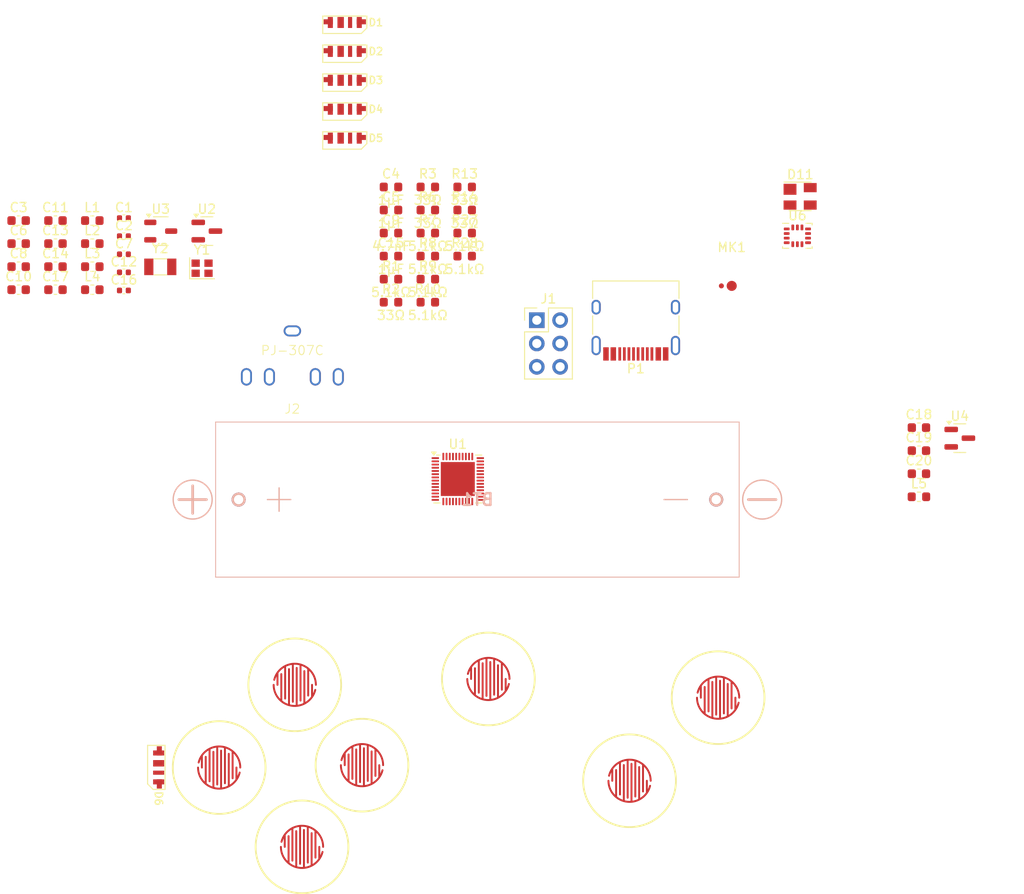
<source format=kicad_pcb>
(kicad_pcb (version 20241229) (generator "pcbnew") (generator_version "9.0")
  (layers (0 "F.Cu" signal) (2 "B.Cu" signal) (13 "F.Paste" user) (15 "B.Paste" user) (5 "F.SilkS" user "F.Silkscreen") (7 "B.SilkS" user "B.Silkscreen") (1 "F.Mask" user) (3 "B.Mask" user) (25 "Edge.Cuts" user))
  (net 0 "")
  (net 1 "GND")
  (net 2 "Net-(U1-VINTA)")
  (net 3 "Net-(U1-VCIA)")
  (net 4 "Net-(U1-VDCID)")
  (net 5 "BATT")
  (net 6 "+2V2")
  (net 7 "Net-(C11-Pad1)")
  (net 8 "Net-(C12-Pad1)")
  (net 9 "Net-(C13-Pad1)")
  (net 10 "Net-(C13-Pad2)")
  (net 11 "Net-(C14-Pad2)")
  (net 12 "Net-(U6-VDD)")
  (net 13 "Net-(U1-VSW)")
  (net 14 "Net-(U2-LX)")
  (net 15 "AUDIOP")
  (net 16 "AUDIOM")
  (net 17 "MEAS")
  (net 18 "B0")
  (net 19 "B2")
  (net 20 "B4")
  (net 21 "B1")
  (net 22 "B3")
  (net 23 "B5")
  (net 24 "VBUS")
  (net 25 "Net-(U1-X32MI)")
  (net 26 "Net-(U1-X32MO)")
  (net 27 "Net-(U1-PA10)")
  (net 28 "Net-(U1-PA11)")
  (net 29 "MIC")
  (net 30 "Net-(D1-OUT)")
  (net 31 "LED")
  (net 32 "Net-(D2-OUT)")
  (net 33 "Net-(D3-OUT)")
  (net 34 "Net-(D4-OUT)")
  (net 35 "Net-(D5-OUT)")
  (net 37 "Net-(P1-DP1)")
  (net 38 "Net-(P1-DN1)")
  (net 39 "SAOG1")
  (net 40 "SDA_SAO")
  (net 41 "SCL_SAO")
  (net 42 "Net-(J2-Pad1)")
  (net 43 "Net-(J2-Pad3)")
  (net 44 "CC1")
  (net 47 "CC2")
  (net 48 "SDA")
  (net 49 "SCL")
  (net 50 "USB_D+")
  (net 51 "USB_D-")
  (net 54 "IMUSDO")
  (net 59 "OLEDDC")
  (net 61 "PGM_TCK")
  (net 63 "OLEDMOSI")
  (net 64 "OLEDRST")
  (net 65 "PGM_TIO")
  (net 67 "OLEDCS")
  (net 71 "OLEDSCK")
  (net 77 "+3V3")
  (net 79 "Net-(U4-LX)")
  (net 80 "SAOG2")
  (net 81 "B6")
  (footprint "Capacitor_SMD:C_0402_1005Metric" (layer "F.Cu") (at 63.03 72.6)
    (property "Reference" "C12" (at 0 -1.16 0) (layer "F.SilkS"))
    (property "Value" "1μF")
    (pad "1" smd roundrect (at -0.48 0) (size 0.56 0.62) (layers "F.Cu" "F.Mask" "F.Paste") (net 8 "Net-(C12-Pad1)"))
    (pad "2" smd roundrect (at 0.48 0) (size 0.56 0.62) (layers "F.Cu" "F.Mask" "F.Paste") (net 1 "GND"))
  )
  (footprint "Swadge_Parts:C_0603_1608Metric" (layer "F.Cu") (at 92.1075 70.83)
    (property "Reference" "C15" (at 0 -1.43 0) (layer "F.SilkS"))
    (property "Value" "1μF" (at 0 1.43 0) (layer "F.SilkS"))
    (pad "1" smd roundrect (at -0.7875 0) (size 0.875 0.95) (layers "F.Cu" "F.Mask" "F.Paste") (net 77 "+3V3"))
    (pad "2" smd roundrect (at 0.7875 0) (size 0.875 0.95) (layers "F.Cu" "F.Mask" "F.Paste") (net 1 "GND"))
  )
  (footprint "Swadge_Parts:R_0603_1608Metric" (layer "F.Cu") (at 100.1275 68.32)
    (property "Reference" "R27" (at 0 -1.43 0) (layer "F.SilkS"))
    (property "Value" "5.1kΩ" (at 0 1.43 0) (layer "F.SilkS"))
    (pad "1" smd roundrect (at -0.7875 0) (size 0.875 0.95) (layers "F.Cu" "F.Mask" "F.Paste") (net 1 "GND"))
    (pad "2" smd roundrect (at 0.7875 0) (size 0.875 0.95) (layers "F.Cu" "F.Mask" "F.Paste") (net 47 "CC2"))
  )
  (footprint "Inductor_SMD:L_0603_1608Metric" (layer "F.Cu") (at 59.59 74.49)
    (property "Reference" "L4" (at 0 -1.43 0) (layer "F.SilkS"))
    (property "Value" "10uH")
    (pad "1" smd roundrect (at -0.7875 0) (size 0.875 0.95) (layers "F.Cu" "F.Mask" "F.Paste") (net 16 "AUDIOM"))
    (pad "2" smd roundrect (at 0.7875 0) (size 0.875 0.95) (layers "F.Cu" "F.Mask" "F.Paste") (net 8 "Net-(C12-Pad1)"))
  )
  (footprint "Swadge_Parts:SK6812_SIDE_2" (layer "F.Cu") (at 87.0775 48.53)
    (property "Reference" "D2" (at 2.5 0 0) (layer "F.SilkS") (effects (font (size 0.8 0.8)) (justify left)))
    (property "Value" "SK6812-SIDE-A")
    (pad "1" smd rect (at -1.8 -0.075) (size 1 0.55) (layers "F.Cu" "F.Mask" "F.Paste") (net 30 "Net-(D1-OUT)"))
    (pad "1" smd rect (at -1.575 0) (size 0.55 1.2) (layers "F.Cu" "F.Mask" "F.Paste") (net 30 "Net-(D1-OUT)"))
    (pad "2" smd rect (at -0.45 0) (size 0.7 1.2) (layers "F.Cu" "F.Mask" "F.Paste") (net 77 "+3V3"))
    (pad "3" smd rect (at 0.575 0) (size 0.45 1.2) (layers "F.Cu" "F.Mask" "F.Paste") (net 32 "Net-(D2-OUT)"))
    (pad "4" smd rect (at 1.575 0) (size 0.55 1.2) (layers "F.Cu" "F.Mask" "F.Paste") (net 1 "GND"))
    (pad "4" smd rect (at 1.8 -0.075) (size 1 0.55) (layers "F.Cu" "F.Mask" "F.Paste") (net 1 "GND"))
  )
  (footprint "Package_TO_SOT_SMD:SOT-23" (layer "F.Cu") (at 72.06 68.105)
    (property "Reference" "U2" (at 0 -2.4 0) (layer "F.SilkS"))
    (property "Value" "SM5701_2.2V")
    (pad "1" smd roundrect (at -0.9375 -0.95) (size 1.475 0.6) (layers "F.Cu" "F.Mask" "F.Paste") (net 1 "GND"))
    (pad "2" smd roundrect (at -0.9375 0.95) (size 1.475 0.6) (layers "F.Cu" "F.Mask" "F.Paste") (net 14 "Net-(U2-LX)"))
    (pad "3" smd roundrect (at 0.9375 0) (size 1.475 0.6) (layers "F.Cu" "F.Mask" "F.Paste") (net 6 "+2V2"))
  )
  (footprint "cnhardware:BTC007_Button_Silicone" (layer "F.Cu") (at 81.63 117.53)
    (property "Reference" "SW1" (hide yes))
    (property "Value" "TS-1187A-B-A-B" (hide yes))
    (pad "1" smd custom (at 0 -2.3) (size 0.2 0.2) (layers "F.Cu") (net 18 "B0") (options (clearance outline) (anchor circle)) (primitives (gr_line (start 2.299999 2.298168) (end 2.288326 2.068561) (width 0.21)) (gr_line (start 2.288326 2.068561) (end 2.253788 1.841266) (width 0.21)) (gr_line (start 2.253788 1.841266) (end 2.196732 1.618554) (width 0.21)) (gr_line (start 2.196732 1.618554) (end 2.117726 1.402651) (width 0.21)) (gr_line (start 2.117726 1.402651) (end 2.017561 1.195714) (width 0.21)) (gr_line (start 2.017561 1.195714) (end 1.897237 0.999811) (width 0.21)) (gr_line (start 1.897237 0.999811) (end 1.757956 0.816899) (width 0.21)) (gr_line (start 1.757956 0.816899) (end 1.601111 0.648805) (width 0.21)) (gr_line (start 1.601111 0.648805) (end 1.428267 0.49721) (width 0.21)) (gr_line (start 1.428267 0.49721) (end 1.241153 0.363628) (width 0.21)) (gr_line (start 1.241153 0.363628) (end 1.041638 0.249393) (width 0.21)) (gr_line (start 1.041638 0.249393) (end 0.831715 0.155647) (width 0.21)) (gr_line (start 0.831715 0.155647) (end 0.613482 0.083327) (width 0.21)) (gr_line (start 0.613482 0.083327) (end 0.389119 0.033155) (width 0.21)) (gr_line (start 0.389119 0.033155) (end 0.160868 0.005633) (width 0.21)) (gr_line (start 0.160868 0.005633) (end -0.06899 0.001035) (width 0.21)) (gr_line (start -0.06899 0.001035) (end -0.298159 0.019408) (width 0.21)) (gr_line (start -0.298159 0.019408) (end -0.524349 0.060567) (width 0.21)) (gr_line (start -0.524349 0.060567) (end -0.745299 0.124103) (width 0.21)) (gr_line (start -0.745299 0.124103) (end -0.958803 0.209379) (width 0.21)) (gr_line (start -0.958803 0.209379) (end -1.162727 0.315544) (width 0.21)) (gr_line (start -1.162727 0.315544) (end -1.355033 0.441537) (width 0.21)) (gr_line (start -1.355033 0.441537) (end -1.5338 0.586099) (width 0.21)) (gr_line (start -1.5338 0.586099) (end -1.697242 0.747786) (width 0.21)) (gr_line (start -1.697242 0.747786) (end -1.843726 0.924982) (width 0.21)) (gr_line (start -1.843726 0.924982) (end -1.971788 1.115917) (width 0.21)) (gr_line (start -1.971788 1.115917) (end -2.080148 1.318683) (width 0.21)) (gr_line (start -2.080148 1.318683) (end -2.167724 1.531254) (width 0.21)) (gr_line (start -2.167724 1.531254) (end -2.233641 1.751506) (width 0.21)) (gr_line (start 1.463636 0.525805) (end 1.463636 3.467974) (width 0.21)) (gr_line (start 0.627273 0.08719) (end 0.627273 4.012004) (width 0.21)) (gr_line (start -0.209091 0.009524) (end -0.209091 4.143589) (width 0.21)) (gr_line (start -1.045455 0.251336) (end -1.045455 3.794678) (width 0.21)) (gr_line (start -1.881818 0.977593) (end -1.881818 2.3) (width 0.21))))
    (pad "2" smd custom (at 0 2.3) (size 0.2 0.2) (layers "F.Cu") (net 17 "MEAS") (options (clearance outline) (anchor circle)) (primitives (gr_line (start -2.299999 -2.298168) (end -2.288326 -2.068561) (width 0.21)) (gr_line (start -2.288326 -2.068561) (end -2.253788 -1.841266) (width 0.21)) (gr_line (start -2.253788 -1.841266) (end -2.196732 -1.618554) (width 0.21)) (gr_line (start -2.196732 -1.618554) (end -2.117726 -1.402651) (width 0.21)) (gr_line (start -2.117726 -1.402651) (end -2.017561 -1.195714) (width 0.21)) (gr_line (start -2.017561 -1.195714) (end -1.897237 -0.999811) (width 0.21)) (gr_line (start -1.897237 -0.999811) (end -1.757956 -0.816899) (width 0.21)) (gr_line (start -1.757956 -0.816899) (end -1.601111 -0.648805) (width 0.21)) (gr_line (start -1.601111 -0.648805) (end -1.428267 -0.49721) (width 0.21)) (gr_line (start -1.428267 -0.49721) (end -1.241153 -0.363628) (width 0.21)) (gr_line (start -1.241153 -0.363628) (end -1.041638 -0.249393) (width 0.21)) (gr_line (start -1.041638 -0.249393) (end -0.831715 -0.155647) (width 0.21)) (gr_line (start -0.831715 -0.155647) (end -0.613482 -0.083327) (width 0.21)) (gr_line (start -0.613482 -0.083327) (end -0.389119 -0.033155) (width 0.21)) (gr_line (start -0.389119 -0.033155) (end -0.160868 -0.005633) (width 0.21)) (gr_line (start -0.160868 -0.005633) (end 0.06899 -0.001035) (width 0.21)) (gr_line (start 0.06899 -0.001035) (end 0.298159 -0.019408) (width 0.21)) (gr_line (start 0.298159 -0.019408) (end 0.524349 -0.060567) (width 0.21)) (gr_line (start 0.524349 -0.060567) (end 0.745299 -0.124103) (width 0.21)) (gr_line (start 0.745299 -0.124103) (end 0.958803 -0.209379) (width 0.21)) (gr_line (start 0.958803 -0.209379) (end 1.162727 -0.315544) (width 0.21)) (gr_line (start 1.162727 -0.315544) (end 1.355033 -0.441537) (width 0.21)) (gr_line (start 1.355033 -0.441537) (end 1.5338 -0.586099) (width 0.21)) (gr_line (start 1.5338 -0.586099) (end 1.697242 -0.747786) (width 0.21)) (gr_line (start 1.697242 -0.747786) (end 1.843726 -0.924982) (width 0.21)) (gr_line (start 1.843726 -0.924982) (end 1.971788 -1.115917) (width 0.21)) (gr_line (start 1.971788 -1.115917) (end 2.080148 -1.318683) (width 0.21)) (gr_line (start 2.080148 -1.318683) (end 2.167724 -1.531254) (width 0.21)) (gr_line (start 2.167724 -1.531254) (end 2.233641 -1.751506) (width 0.21)) (gr_line (start -1.463636 -0.525805) (end -1.463636 -3.467974) (width 0.21)) (gr_line (start -0.627273 -0.08719) (end -0.627273 -4.012004) (width 0.21)) (gr_line (start 0.209091 -0.009524) (end 0.209091 -4.143589) (width 0.21)) (gr_line (start 1.045455 -0.251336) (end 1.045455 -3.794678) (width 0.21)) (gr_line (start 1.881818 -0.977593) (end 1.881818 -2.3) (width 0.21))))
  )
  (footprint "Inductor_SMD:L_0603_1608Metric" (layer "F.Cu") (at 149.5825 97.045)
    (property "Reference" "L5" (at 0 -1.43 0) (layer "F.SilkS"))
    (property "Value" "10uH")
    (pad "1" smd roundrect (at -0.7875 0) (size 0.875 0.95) (layers "F.Cu" "F.Mask" "F.Paste") (net 5 "BATT"))
    (pad "2" smd roundrect (at 0.7875 0) (size 0.875 0.95) (layers "F.Cu" "F.Mask" "F.Paste") (net 79 "Net-(U4-LX)"))
  )
  (footprint "Swadge_Parts:PinHeader_2x03_P2.54mm_Vertical" (layer "F.Cu") (at 107.98 77.81)
    (property "Reference" "J1" (at 1.27 -2.33 0) (layer "F.SilkS"))
    (property "Value" "SAO")
    (pad "1" thru_hole rect (at 0 0) (size 1.7 1.7) (drill 1) (layers "*.Cu" "*.Mask") (net 77 "+3V3"))
    (pad "2" thru_hole oval (at 2.54 0) (size 1.7 1.7) (drill 1) (layers "*.Cu" "*.Mask") (net 1 "GND"))
    (pad "3" thru_hole oval (at 0 2.54) (size 1.7 1.7) (drill 1) (layers "*.Cu" "*.Mask") (net 40 "SDA_SAO"))
    (pad "4" thru_hole oval (at 2.54 2.54) (size 1.7 1.7) (drill 1) (layers "*.Cu" "*.Mask") (net 41 "SCL_SAO"))
    (pad "5" thru_hole oval (at 0 5.08) (size 1.7 1.7) (drill 1) (layers "*.Cu" "*.Mask") (net 39 "SAOG1"))
    (pad "6" thru_hole oval (at 2.54 5.08) (size 1.7 1.7) (drill 1) (layers "*.Cu" "*.Mask") (net 80 "SAOG2"))
  )
  (footprint "Swadge_Parts:LGA-14_3x2.5mm_P0.5mm_LayoutBorder3x4y" (layer "F.Cu") (at 136.3475 68.62)
    (property "Reference" "U6" (at 0 -2.2 0) (layer "F.SilkS"))
    (property "Value" "LSM6DSL")
    (pad "1" smd roundrect (at -1.1625 -0.75) (size 0.625 0.3) (layers "F.Cu" "F.Mask" "F.Paste") (net 54 "IMUSDO"))
    (pad "2" smd roundrect (at -1.1625 -0.25) (size 0.625 0.3) (layers "F.Cu" "F.Mask" "F.Paste"))
    (pad "3" smd roundrect (at -1.1625 0.25) (size 0.625 0.3) (layers "F.Cu" "F.Mask" "F.Paste"))
    (pad "4" smd roundrect (at -1.1625 0.75) (size 0.625 0.3) (layers "F.Cu" "F.Mask" "F.Paste"))
    (pad "5" smd roundrect (at -0.5 0.9125) (size 0.3 0.625) (layers "F.Cu" "F.Mask" "F.Paste") (net 6 "+2V2"))
    (pad "6" smd roundrect (at 0 0.9125) (size 0.3 0.625) (layers "F.Cu" "F.Mask" "F.Paste") (net 1 "GND"))
    (pad "7" smd roundrect (at 0.5 0.9125) (size 0.3 0.625) (layers "F.Cu" "F.Mask" "F.Paste") (net 1 "GND"))
    (pad "8" smd roundrect (at 1.1625 0.75) (size 0.625 0.3) (layers "F.Cu" "F.Mask" "F.Paste") (net 12 "Net-(U6-VDD)"))
    (pad "9" smd roundrect (at 1.1625 0.25) (size 0.625 0.3) (layers "F.Cu" "F.Mask" "F.Paste"))
    (pad "10" smd roundrect (at 1.1625 -0.25) (size 0.625 0.3) (layers "F.Cu" "F.Mask" "F.Paste"))
    (pad "11" smd roundrect (at 1.1625 -0.75) (size 0.625 0.3) (layers "F.Cu" "F.Mask" "F.Paste"))
    (pad "12" smd roundrect (at 0.5 -0.9125) (size 0.3 0.625) (layers "F.Cu" "F.Mask" "F.Paste") (net 6 "+2V2"))
    (pad "13" smd roundrect (at 0 -0.9125) (size 0.3 0.625) (layers "F.Cu" "F.Mask" "F.Paste") (net 49 "SCL"))
    (pad "14" smd roundrect (at -0.5 -0.9125) (size 0.3 0.625) (layers "F.Cu" "F.Mask" "F.Paste") (net 48 "SDA"))
  )
  (footprint "Package_DFN_QFN:QFN-48-1EP_5x5mm_P0.35mm_EP3.7x3.7mm" (layer "F.Cu") (at 99.38 95.11)
    (property "Reference" "U1" (at 0 -3.8 0) (layer "F.SilkS"))
    (property "Value" "~")
    (pad "1" smd roundrect (at -2.45 -2.275) (size 0.8 0.2) (layers "F.Cu" "F.Mask" "F.Paste") (net 4 "Net-(U1-VDCID)"))
    (pad "2" smd roundrect (at -2.45 -1.925) (size 0.8 0.2) (layers "F.Cu" "F.Mask" "F.Paste") (net 13 "Net-(U1-VSW)"))
    (pad "3" smd roundrect (at -2.45 -1.575) (size 0.8 0.2) (layers "F.Cu" "F.Mask" "F.Paste") (net 6 "+2V2"))
    (pad "4" smd roundrect (at -2.45 -1.225) (size 0.8 0.2) (layers "F.Cu" "F.Mask" "F.Paste") (net 5 "BATT"))
    (pad "5" smd roundrect (at -2.45 -0.875) (size 0.8 0.2) (layers "F.Cu" "F.Mask" "F.Paste") (net 19 "B2"))
    (pad "6" smd roundrect (at -2.45 -0.525) (size 0.8 0.2) (layers "F.Cu" "F.Mask" "F.Paste") (net 81 "B6"))
    (pad "7" smd roundrect (at -2.45 -0.175) (size 0.8 0.2) (layers "F.Cu" "F.Mask" "F.Paste"))
    (pad "8" smd roundrect (at -2.45 0.175) (size 0.8 0.2) (layers "F.Cu" "F.Mask" "F.Paste"))
    (pad "9" smd roundrect (at -2.45 0.525) (size 0.8 0.2) (layers "F.Cu" "F.Mask" "F.Paste"))
    (pad "10" smd roundrect (at -2.45 0.875) (size 0.8 0.2) (layers "F.Cu" "F.Mask" "F.Paste"))
    (pad "11" smd roundrect (at -2.45 1.225) (size 0.8 0.2) (layers "F.Cu" "F.Mask" "F.Paste") (net 61 "PGM_TCK"))
    (pad "12" smd roundrect (at -2.45 1.575) (size 0.8 0.2) (layers "F.Cu" "F.Mask" "F.Paste") (net 65 "PGM_TIO"))
    (pad "13" smd roundrect (at -2.45 1.925) (size 0.8 0.2) (layers "F.Cu" "F.Mask" "F.Paste") (net 49 "SCL"))
    (pad "14" smd roundrect (at -2.45 2.275) (size 0.8 0.2) (layers "F.Cu" "F.Mask" "F.Paste") (net 48 "SDA"))
    (pad "15" smd roundrect (at -1.575 2.45) (size 0.2 0.8) (layers "F.Cu" "F.Mask" "F.Paste") (net 50 "USB_D+"))
    (pad "16" smd roundrect (at -1.225 2.45) (size 0.2 0.8) (layers "F.Cu" "F.Mask" "F.Paste") (net 51 "USB_D-"))
    (pad "17" smd roundrect (at -0.875 2.45) (size 0.2 0.8) (layers "F.Cu" "F.Mask" "F.Paste") (net 54 "IMUSDO"))
    (pad "18" smd roundrect (at -0.525 2.45) (size 0.2 0.8) (layers "F.Cu" "F.Mask" "F.Paste") (net 16 "AUDIOM"))
    (pad "19" smd roundrect (at -0.175 2.45) (size 0.2 0.8) (layers "F.Cu" "F.Mask" "F.Paste"))
    (pad "20" smd roundrect (at 0.175 2.45) (size 0.2 0.8) (layers "F.Cu" "F.Mask" "F.Paste") (net 15 "AUDIOP"))
    (pad "21" smd roundrect (at 0.525 2.45) (size 0.2 0.8) (layers "F.Cu" "F.Mask" "F.Paste"))
    (pad "22" smd roundrect (at 0.875 2.45) (size 0.2 0.8) (layers "F.Cu" "F.Mask" "F.Paste"))
    (pad "23" smd roundrect (at 1.225 2.45) (size 0.2 0.8) (layers "F.Cu" "F.Mask" "F.Paste"))
    (pad "24" smd roundrect (at 1.575 2.45) (size 0.2 0.8) (layers "F.Cu" "F.Mask" "F.Paste"))
    (pad "25" smd roundrect (at 2.45 2.275) (size 0.8 0.2) (layers "F.Cu" "F.Mask" "F.Paste") (net 80 "SAOG2"))
    (pad "26" smd roundrect (at 2.45 1.925) (size 0.8 0.2) (layers "F.Cu" "F.Mask" "F.Paste") (net 39 "SAOG1"))
    (pad "27" smd roundrect (at 2.45 1.575) (size 0.8 0.2) (layers "F.Cu" "F.Mask" "F.Paste") (net 41 "SCL_SAO"))
    (pad "28" smd roundrect (at 2.45 1.225) (size 0.8 0.2) (layers "F.Cu" "F.Mask" "F.Paste") (net 40 "SDA_SAO"))
    (pad "29" smd roundrect (at 2.45 0.875) (size 0.8 0.2) (layers "F.Cu" "F.Mask" "F.Paste"))
    (pad "30" smd roundrect (at 2.45 0.525) (size 0.8 0.2) (layers "F.Cu" "F.Mask" "F.Paste"))
    (pad "31" smd roundrect (at 2.45 0.175) (size 0.8 0.2) (layers "F.Cu" "F.Mask" "F.Paste") (net 26 "Net-(U1-X32MO)"))
    (pad "32" smd roundrect (at 2.45 -0.175) (size 0.8 0.2) (layers "F.Cu" "F.Mask" "F.Paste") (net 25 "Net-(U1-X32MI)"))
    (pad "33" smd roundrect (at 2.45 -0.525) (size 0.8 0.2) (layers "F.Cu" "F.Mask" "F.Paste") (net 2 "Net-(U1-VINTA)"))
    (pad "34" smd roundrect (at 2.45 -0.875) (size 0.8 0.2) (layers "F.Cu" "F.Mask" "F.Paste") (net 1 "GND"))
    (pad "35" smd roundrect (at 2.45 -1.225) (size 0.8 0.2) (layers "F.Cu" "F.Mask" "F.Paste") (net 3 "Net-(U1-VCIA)"))
    (pad "36" smd roundrect (at 2.45 -1.575) (size 0.8 0.2) (layers "F.Cu" "F.Mask" "F.Paste") (net 59 "OLEDDC"))
    (pad "37" smd roundrect (at 2.45 -1.925) (size 0.8 0.2) (layers "F.Cu" "F.Mask" "F.Paste") (net 67 "OLEDCS"))
    (pad "38" smd roundrect (at 2.45 -2.275) (size 0.8 0.2) (layers "F.Cu" "F.Mask" "F.Paste") (net 64 "OLEDRST"))
    (pad "39" smd roundrect (at 1.575 -2.45) (size 0.2 0.8) (layers "F.Cu" "F.Mask" "F.Paste") (net 71 "OLEDSCK"))
    (pad "40" smd roundrect (at 1.225 -2.45) (size 0.2 0.8) (layers "F.Cu" "F.Mask" "F.Paste") (net 63 "OLEDMOSI"))
    (pad "41" smd roundrect (at 0.875 -2.45) (size 0.2 0.8) (layers "F.Cu" "F.Mask" "F.Paste") (net 23 "B5"))
    (pad "42" smd roundrect (at 0.525 -2.45) (size 0.2 0.8) (layers "F.Cu" "F.Mask" "F.Paste") (net 20 "B4"))
    (pad "43" smd roundrect (at 0.175 -2.45) (size 0.2 0.8) (layers "F.Cu" "F.Mask" "F.Paste") (net 22 "B3"))
    (pad "44" smd roundrect (at -0.175 -2.45) (size 0.2 0.8) (layers "F.Cu" "F.Mask" "F.Paste") (net 31 "LED"))
    (pad "45" smd roundrect (at -0.525 -2.45) (size 0.2 0.8) (layers "F.Cu" "F.Mask" "F.Paste") (net 21 "B1"))
    (pad "46" smd roundrect (at -0.875 -2.45) (size 0.2 0.8) (layers "F.Cu" "F.Mask" "F.Paste") (net 18 "B0"))
    (pad "47" smd roundrect (at -1.225 -2.45) (size 0.2 0.8) (layers "F.Cu" "F.Mask" "F.Paste") (net 28 "Net-(U1-PA11)"))
    (pad "48" smd roundrect (at -1.575 -2.45) (size 0.2 0.8) (layers "F.Cu" "F.Mask" "F.Paste") (net 27 "Net-(U1-PA10)"))
    (pad "49" smd rect (at 0 0) (size 3.7 3.7) (property pad_prop_heatsink) (layers "F.Cu" "F.Mask"))
  )
  (footprint "Swadge_Parts:INGHAi_MIC_GMI4013S-2C58DB" (layer "F.Cu") (at 129.200276 74.072776)
    (property "Reference" "MK1" (at 0 -4.2 0) (layer "F.SilkS"))
    (property "Value" "Microphone")
    (pad "1" smd custom (at -1.125 0) (size 0.5 0.5) (layers "F.Cu" "F.Mask" "F.Paste") (net 1 "GND") (options (clearance outline) (anchor circle)) (primitives (gr_arc (start 0 0) (mid 2.25 0) (end 0 0) (width 0.55))))
    (pad "2" smd circle (at 0 0) (size 1.1 1.1) (layers "F.Cu" "F.Mask" "F.Paste") (net 29 "MIC"))
  )
  (footprint "Swadge_Parts:C_0603_1608Metric" (layer "F.Cu") (at 92.1075 63.3)
    (property "Reference" "C4" (at 0 -1.43 0) (layer "F.SilkS"))
    (property "Value" "1μF" (at 0 1.43 0) (layer "F.SilkS"))
    (pad "1" smd roundrect (at -0.7875 0) (size 0.875 0.95) (layers "F.Cu" "F.Mask" "F.Paste") (net 77 "+3V3"))
    (pad "2" smd roundrect (at 0.7875 0) (size 0.875 0.95) (layers "F.Cu" "F.Mask" "F.Paste") (net 1 "GND"))
  )
  (footprint "Inductor_SMD:L_0603_1608Metric" (layer "F.Cu") (at 59.59 69.47)
    (property "Reference" "L2" (at 0 -1.43 0) (layer "F.SilkS"))
    (property "Value" "10uH")
    (pad "1" smd roundrect (at -0.7875 0) (size 0.875 0.95) (layers "F.Cu" "F.Mask" "F.Paste") (net 5 "BATT"))
    (pad "2" smd roundrect (at 0.7875 0) (size 0.875 0.95) (layers "F.Cu" "F.Mask" "F.Paste") (net 14 "Net-(U2-LX)"))
  )
  (footprint "Swadge_Parts:R_0603_1608Metric" (layer "F.Cu") (at 100.1275 70.83)
    (property "Reference" "R28" (at 0 -1.43 0) (layer "F.SilkS"))
    (property "Value" "5.1kΩ" (at 0 1.43 0) (layer "F.SilkS"))
    (pad "1" smd roundrect (at -0.7875 0) (size 0.875 0.95) (layers "F.Cu" "F.Mask" "F.Paste") (net 1 "GND"))
    (pad "2" smd roundrect (at 0.7875 0) (size 0.875 0.95) (layers "F.Cu" "F.Mask" "F.Paste") (net 44 "CC1"))
  )
  (footprint "Capacitor_SMD:C_0603_1608Metric" (layer "F.Cu") (at 51.57 71.98)
    (property "Reference" "C8" (at 0 -1.43 0) (layer "F.SilkS"))
    (property "Value" "10μF")
    (pad "1" smd roundrect (at -0.775 0) (size 0.9 0.95) (layers "F.Cu" "F.Mask" "F.Paste") (net 6 "+2V2"))
    (pad "2" smd roundrect (at 0.775 0) (size 0.9 0.95) (layers "F.Cu" "F.Mask" "F.Paste") (net 1 "GND"))
  )
  (footprint "Capacitor_SMD:C_0402_1005Metric" (layer "F.Cu") (at 63.03 68.66)
    (property "Reference" "C2" (at 0 -1.16 0) (layer "F.SilkS"))
    (property "Value" "100nF")
    (pad "1" smd roundrect (at -0.48 0) (size 0.56 0.62) (layers "F.Cu" "F.Mask" "F.Paste") (net 3 "Net-(U1-VCIA)"))
    (pad "2" smd roundrect (at 0.48 0) (size 0.56 0.62) (layers "F.Cu" "F.Mask" "F.Paste") (net 1 "GND"))
  )
  (footprint "Package_TO_SOT_SMD:SOT-23-3" (layer "F.Cu") (at 67.04 68.105)
    (property "Reference" "U3" (at 0 -2.4 0) (layer "F.SilkS"))
    (property "Value" "XC6206PxxxMR")
    (pad "1" smd roundrect (at -1.1375 -0.95) (size 1.325 0.6) (layers "F.Cu" "F.Mask" "F.Paste") (net 1 "GND"))
    (pad "2" smd roundrect (at -1.1375 0.95) (size 1.325 0.6) (layers "F.Cu" "F.Mask" "F.Paste") (net 6 "+2V2"))
    (pad "3" smd roundrect (at 1.1375 0) (size 1.325 0.6) (layers "F.Cu" "F.Mask" "F.Paste") (net 24 "VBUS"))
  )
  (footprint "Swadge_Parts:C_0603_1608Metric" (layer "F.Cu") (at 92.1075 65.81)
    (property "Reference" "C5" (at 0 -1.43 0) (layer "F.SilkS"))
    (property "Value" "1μF" (at 0 1.43 0) (layer "F.SilkS"))
    (pad "1" smd roundrect (at -0.7875 0) (size 0.875 0.95) (layers "F.Cu" "F.Mask" "F.Paste") (net 77 "+3V3"))
    (pad "2" smd roundrect (at 0.7875 0) (size 0.875 0.95) (layers "F.Cu" "F.Mask" "F.Paste") (net 1 "GND"))
  )
  (footprint "Swadge_Parts:R_0603_1608Metric" (layer "F.Cu") (at 96.1175 73.34)
    (property "Reference" "R9" (at 0 -1.43 0) (layer "F.SilkS"))
    (property "Value" "5.1kΩ" (at 0 1.43 0) (layer "F.SilkS"))
    (pad "1" smd roundrect (at -0.7875 0) (size 0.875 0.95) (layers "F.Cu" "F.Mask" "F.Paste") (net 1 "GND"))
    (pad "2" smd roundrect (at 0.7875 0) (size 0.875 0.95) (layers "F.Cu" "F.Mask" "F.Paste") (net 48 "SDA"))
  )
  (footprint "Capacitor_SMD:C_0603_1608Metric" (layer "F.Cu") (at 55.58 74.49)
    (property "Reference" "C17" (at 0 -1.43 0) (layer "F.SilkS"))
    (property "Value" "10μF")
    (pad "1" smd roundrect (at -0.775 0) (size 0.9 0.95) (layers "F.Cu" "F.Mask" "F.Paste") (net 1 "GND"))
    (pad "2" smd roundrect (at 0.775 0) (size 0.9 0.95) (layers "F.Cu" "F.Mask" "F.Paste") (net 12 "Net-(U6-VDD)"))
  )
  (footprint "Swadge_Parts:SK6812_SIDE_2" (layer "F.Cu") (at 87.0775 54.83)
    (property "Reference" "D4" (at 2.5 0 0) (layer "F.SilkS") (effects (font (size 0.8 0.8)) (justify left)))
    (property "Value" "SK6812-SIDE-A")
    (pad "1" smd rect (at -1.8 -0.075) (size 1 0.55) (layers "F.Cu" "F.Mask" "F.Paste") (net 33 "Net-(D3-OUT)"))
    (pad "1" smd rect (at -1.575 0) (size 0.55 1.2) (layers "F.Cu" "F.Mask" "F.Paste") (net 33 "Net-(D3-OUT)"))
    (pad "2" smd rect (at -0.45 0) (size 0.7 1.2) (layers "F.Cu" "F.Mask" "F.Paste") (net 77 "+3V3"))
    (pad "3" smd rect (at 0.575 0) (size 0.45 1.2) (layers "F.Cu" "F.Mask" "F.Paste") (net 34 "Net-(D4-OUT)"))
    (pad "4" smd rect (at 1.575 0) (size 0.55 1.2) (layers "F.Cu" "F.Mask" "F.Paste") (net 1 "GND"))
    (pad "4" smd rect (at 1.8 -0.075) (size 1 0.55) (layers "F.Cu" "F.Mask" "F.Paste") (net 1 "GND"))
  )
  (footprint "cnhardware:BTC007_Button_Silicone" (layer "F.Cu") (at 102.71 116.89)
    (property "Reference" "SW7" (hide yes))
    (property "Value" "TS-1187A-B-A-B" (hide yes))
    (pad "1" smd custom (at 0 -2.3) (size 0.2 0.2) (layers "F.Cu") (net 81 "B6") (options (clearance outline) (anchor circle)) (primitives (gr_line (start 2.299999 2.298168) (end 2.288326 2.068561) (width 0.21)) (gr_line (start 2.288326 2.068561) (end 2.253788 1.841266) (width 0.21)) (gr_line (start 2.253788 1.841266) (end 2.196732 1.618554) (width 0.21)) (gr_line (start 2.196732 1.618554) (end 2.117726 1.402651) (width 0.21)) (gr_line (start 2.117726 1.402651) (end 2.017561 1.195714) (width 0.21)) (gr_line (start 2.017561 1.195714) (end 1.897237 0.999811) (width 0.21)) (gr_line (start 1.897237 0.999811) (end 1.757956 0.816899) (width 0.21)) (gr_line (start 1.757956 0.816899) (end 1.601111 0.648805) (width 0.21)) (gr_line (start 1.601111 0.648805) (end 1.428267 0.49721) (width 0.21)) (gr_line (start 1.428267 0.49721) (end 1.241153 0.363628) (width 0.21)) (gr_line (start 1.241153 0.363628) (end 1.041638 0.249393) (width 0.21)) (gr_line (start 1.041638 0.249393) (end 0.831715 0.155647) (width 0.21)) (gr_line (start 0.831715 0.155647) (end 0.613482 0.083327) (width 0.21)) (gr_line (start 0.613482 0.083327) (end 0.389119 0.033155) (width 0.21)) (gr_line (start 0.389119 0.033155) (end 0.160868 0.005633) (width 0.21)) (gr_line (start 0.160868 0.005633) (end -0.06899 0.001035) (width 0.21)) (gr_line (start -0.06899 0.001035) (end -0.298159 0.019408) (width 0.21)) (gr_line (start -0.298159 0.019408) (end -0.524349 0.060567) (width 0.21)) (gr_line (start -0.524349 0.060567) (end -0.745299 0.124103) (width 0.21)) (gr_line (start -0.745299 0.124103) (end -0.958803 0.209379) (width 0.21)) (gr_line (start -0.958803 0.209379) (end -1.162727 0.315544) (width 0.21)) (gr_line (start -1.162727 0.315544) (end -1.355033 0.441537) (width 0.21)) (gr_line (start -1.355033 0.441537) (end -1.5338 0.586099) (width 0.21)) (gr_line (start -1.5338 0.586099) (end -1.697242 0.747786) (width 0.21)) (gr_line (start -1.697242 0.747786) (end -1.843726 0.924982) (width 0.21)) (gr_line (start -1.843726 0.924982) (end -1.971788 1.115917) (width 0.21)) (gr_line (start -1.971788 1.115917) (end -2.080148 1.318683) (width 0.21)) (gr_line (start -2.080148 1.318683) (end -2.167724 1.531254) (width 0.21)) (gr_line (start -2.167724 1.531254) (end -2.233641 1.751506) (width 0.21)) (gr_line (start 1.463636 0.525805) (end 1.463636 3.467974) (width 0.21)) (gr_line (start 0.627273 0.08719) (end 0.627273 4.012004) (width 0.21)) (gr_line (start -0.209091 0.009524) (end -0.209091 4.143589) (width 0.21)) (gr_line (start -1.045455 0.251336) (end -1.045455 3.794678) (width 0.21)) (gr_line (start -1.881818 0.977593) (end -1.881818 2.3) (width 0.21))))
    (pad "2" smd custom (at 0 2.3) (size 0.2 0.2) (layers "F.Cu") (net 17 "MEAS") (options (clearance outline) (anchor circle)) (primitives (gr_line (start -2.299999 -2.298168) (end -2.288326 -2.068561) (width 0.21)) (gr_line (start -2.288326 -2.068561) (end -2.253788 -1.841266) (width 0.21)) (gr_line (start -2.253788 -1.841266) (end -2.196732 -1.618554) (width 0.21)) (gr_line (start -2.196732 -1.618554) (end -2.117726 -1.402651) (width 0.21)) (gr_line (start -2.117726 -1.402651) (end -2.017561 -1.195714) (width 0.21)) (gr_line (start -2.017561 -1.195714) (end -1.897237 -0.999811) (width 0.21)) (gr_line (start -1.897237 -0.999811) (end -1.757956 -0.816899) (width 0.21)) (gr_line (start -1.757956 -0.816899) (end -1.601111 -0.648805) (width 0.21)) (gr_line (start -1.601111 -0.648805) (end -1.428267 -0.49721) (width 0.21)) (gr_line (start -1.428267 -0.49721) (end -1.241153 -0.363628) (width 0.21)) (gr_line (start -1.241153 -0.363628) (end -1.041638 -0.249393) (width 0.21)) (gr_line (start -1.041638 -0.249393) (end -0.831715 -0.155647) (width 0.21)) (gr_line (start -0.831715 -0.155647) (end -0.613482 -0.083327) (width 0.21)) (gr_line (start -0.613482 -0.083327) (end -0.389119 -0.033155) (width 0.21)) (gr_line (start -0.389119 -0.033155) (end -0.160868 -0.005633) (width 0.21)) (gr_line (start -0.160868 -0.005633) (end 0.06899 -0.001035) (width 0.21)) (gr_line (start 0.06899 -0.001035) (end 0.298159 -0.019408) (width 0.21)) (gr_line (start 0.298159 -0.019408) (end 0.524349 -0.060567) (width 0.21)) (gr_line (start 0.524349 -0.060567) (end 0.745299 -0.124103) (width 0.21)) (gr_line (start 0.745299 -0.124103) (end 0.958803 -0.209379) (width 0.21)) (gr_line (start 0.958803 -0.209379) (end 1.162727 -0.315544) (width 0.21)) (gr_line (start 1.162727 -0.315544) (end 1.355033 -0.441537) (width 0.21)) (gr_line (start 1.355033 -0.441537) (end 1.5338 -0.586099) (width 0.21)) (gr_line (start 1.5338 -0.586099) (end 1.697242 -0.747786) (width 0.21)) (gr_line (start 1.697242 -0.747786) (end 1.843726 -0.924982) (width 0.21)) (gr_line (start 1.843726 -0.924982) (end 1.971788 -1.115917) (width 0.21)) (gr_line (start 1.971788 -1.115917) (end 2.080148 -1.318683) (width 0.21)) (gr_line (start 2.080148 -1.318683) (end 2.167724 -1.531254) (width 0.21)) (gr_line (start 2.167724 -1.531254) (end 2.233641 -1.751506) (width 0.21)) (gr_line (start -1.463636 -0.525805) (end -1.463636 -3.467974) (width 0.21)) (gr_line (start -0.627273 -0.08719) (end -0.627273 -4.012004) (width 0.21)) (gr_line (start 0.209091 -0.009524) (end 0.209091 -4.143589) (width 0.21)) (gr_line (start 1.045455 -0.251336) (end 1.045455 -3.794678) (width 0.21)) (gr_line (start 1.881818 -0.977593) (end 1.881818 -2.3) (width 0.21))))
  )
  (footprint "Package_TO_SOT_SMD:SOT-23" (layer "F.Cu") (at 154.0325 90.66)
    (property "Reference" "U4" (at 0 -2.4 0) (layer "F.SilkS"))
    (property "Value" "XT1861B332MR-G")
    (pad "1" smd roundrect (at -0.9375 -0.95) (size 1.475 0.6) (layers "F.Cu" "F.Mask" "F.Paste") (net 1 "GND"))
    (pad "2" smd roundrect (at -0.9375 0.95) (size 1.475 0.6) (layers "F.Cu" "F.Mask" "F.Paste") (net 79 "Net-(U4-LX)"))
    (pad "3" smd roundrect (at 0.9375 0) (size 1.475 0.6) (layers "F.Cu" "F.Mask" "F.Paste") (net 77 "+3V3"))
  )
  (footprint "Capacitor_SMD:C_0603_1608Metric" (layer "F.Cu") (at 149.5825 92.025)
    (property "Reference" "C19" (at 0 -1.43 0) (layer "F.SilkS"))
    (property "Value" "10μF")
    (pad "1" smd roundrect (at -0.775 0) (size 0.9 0.95) (layers "F.Cu" "F.Mask" "F.Paste") (net 77 "+3V3"))
    (pad "2" smd roundrect (at 0.775 0) (size 0.9 0.95) (layers "F.Cu" "F.Mask" "F.Paste") (net 1 "GND"))
  )
  (footprint "Swadge_Parts:SK6812_SIDE_2" (layer "F.Cu") (at 87.0775 57.98)
    (property "Reference" "D5" (at 2.5 0 0) (layer "F.SilkS") (effects (font (size 0.8 0.8)) (justify left)))
    (property "Value" "SK6812-SIDE-A")
    (pad "1" smd rect (at -1.8 -0.075) (size 1 0.55) (layers "F.Cu" "F.Mask" "F.Paste") (net 34 "Net-(D4-OUT)"))
    (pad "1" smd rect (at -1.575 0) (size 0.55 1.2) (layers "F.Cu" "F.Mask" "F.Paste") (net 34 "Net-(D4-OUT)"))
    (pad "2" smd rect (at -0.45 0) (size 0.7 1.2) (layers "F.Cu" "F.Mask" "F.Paste") (net 77 "+3V3"))
    (pad "3" smd rect (at 0.575 0) (size 0.45 1.2) (layers "F.Cu" "F.Mask" "F.Paste") (net 35 "Net-(D5-OUT)"))
    (pad "4" smd rect (at 1.575 0) (size 0.55 1.2) (layers "F.Cu" "F.Mask" "F.Paste") (net 1 "GND"))
    (pad "4" smd rect (at 1.8 -0.075) (size 1 0.55) (layers "F.Cu" "F.Mask" "F.Paste") (net 1 "GND"))
  )
  (footprint "Swadge_Parts:SK6812_SIDE_2" (layer "F.Cu") (at 66.81 126.525 -90)
    (property "Reference" "D6" (at 2.5 0 270) (layer "F.SilkS") (effects (font (size 0.8 0.8)) (justify left)))
    (property "Value" "SK6812-SIDE-A")
    (pad "1" smd rect (at -1.8 -0.075 270) (size 1 0.55) (layers "F.Cu" "F.Mask" "F.Paste") (net 35 "Net-(D5-OUT)"))
    (pad "1" smd rect (at -1.575 0 270) (size 0.55 1.2) (layers "F.Cu" "F.Mask" "F.Paste") (net 35 "Net-(D5-OUT)"))
    (pad "2" smd rect (at -0.45 0 270) (size 0.7 1.2) (layers "F.Cu" "F.Mask" "F.Paste"))
    (pad "3" smd rect (at 0.575 0 270) (size 0.45 1.2) (layers "F.Cu" "F.Mask" "F.Paste"))
    (pad "4" smd rect (at 1.575 0 270) (size 0.55 1.2) (layers "F.Cu" "F.Mask" "F.Paste") (net 1 "GND"))
    (pad "4" smd rect (at 1.8 -0.075 270) (size 1 0.55) (layers "F.Cu" "F.Mask" "F.Paste") (net 1 "GND"))
  )
  (footprint "Capacitor_SMD:C_0402_1005Metric" (layer "F.Cu") (at 63.03 74.57)
    (property "Reference" "C16" (at 0 -1.16 0) (layer "F.SilkS"))
    (property "Value" "1μF")
    (pad "1" smd roundrect (at -0.48 0) (size 0.56 0.62) (layers "F.Cu" "F.Mask" "F.Paste") (net 9 "Net-(C13-Pad1)"))
    (pad "2" smd roundrect (at 0.48 0) (size 0.56 0.62) (layers "F.Cu" "F.Mask" "F.Paste") (net 1 "GND"))
  )
  (footprint "Swadge_Parts:SOT-143" (layer "F.Cu") (at 136.6475 64.32)
    (property "Reference" "D11" (at 0.02 -2.38 0) (layer "F.SilkS"))
    (property "Value" "SP0503BAHT")
    (pad "1" smd rect (at -1.1 -0.77 270) (size 1.2 1.4) (layers "F.Cu" "F.Mask" "F.Paste") (net 1 "GND"))
    (pad "2" smd rect (at -1.1 0.95 270) (size 1 1.4) (layers "F.Cu" "F.Mask" "F.Paste") (net 38 "Net-(P1-DN1)"))
    (pad "3" smd rect (at 1.1 0.95 270) (size 1 1.4) (layers "F.Cu" "F.Mask" "F.Paste") (net 37 "Net-(P1-DP1)"))
    (pad "4" smd rect (at 1.1 -0.95 270) (size 1 1.4) (layers "F.Cu" "F.Mask" "F.Paste") (net 24 "VBUS"))
  )
  (footprint "Capacitor_SMD:C_0603_1608Metric" (layer "F.Cu") (at 55.58 71.98)
    (property "Reference" "C14" (at 0 -1.43 0) (layer "F.SilkS"))
    (property "Value" "10μF")
    (pad "1" smd roundrect (at -0.775 0) (size 0.9 0.95) (layers "F.Cu" "F.Mask" "F.Paste") (net 8 "Net-(C12-Pad1)"))
    (pad "2" smd roundrect (at 0.775 0) (size 0.9 0.95) (layers "F.Cu" "F.Mask" "F.Paste") (net 11 "Net-(C14-Pad2)"))
  )
  (footprint "Swadge_Parts:R_0603_1608Metric" (layer "F.Cu") (at 96.1175 63.3)
    (property "Reference" "R3" (at 0 -1.43 0) (layer "F.SilkS"))
    (property "Value" "33Ω" (at 0 1.43 0) (layer "F.SilkS"))
    (pad "1" smd roundrect (at -0.7875 0) (size 0.875 0.95) (layers "F.Cu" "F.Mask" "F.Paste") (net 42 "Net-(J2-Pad1)"))
    (pad "2" smd roundrect (at 0.7875 0) (size 0.875 0.95) (layers "F.Cu" "F.Mask" "F.Paste") (net 1 "GND"))
  )
  (footprint "Swadge_Parts:R_0603_1608Metric" (layer "F.Cu") (at 100.1275 63.3)
    (property "Reference" "R13" (at 0 -1.43 0) (layer "F.SilkS"))
    (property "Value" "33Ω" (at 0 1.43 0) (layer "F.SilkS"))
    (pad "1" smd roundrect (at -0.7875 0) (size 0.875 0.95) (layers "F.Cu" "F.Mask" "F.Paste") (net 50 "USB_D+"))
    (pad "2" smd roundrect (at 0.7875 0) (size 0.875 0.95) (layers "F.Cu" "F.Mask" "F.Paste") (net 37 "Net-(P1-DP1)"))
  )
  (footprint "Capacitor_SMD:C_0603_1608Metric" (layer "F.Cu") (at 149.5825 89.515)
    (property "Reference" "C18" (at 0 -1.43 0) (layer "F.SilkS"))
    (property "Value" "10μF")
    (pad "1" smd roundrect (at -0.775 0) (size 0.9 0.95) (layers "F.Cu" "F.Mask" "F.Paste") (net 5 "BATT"))
    (pad "2" smd roundrect (at 0.775 0) (size 0.9 0.95) (layers "F.Cu" "F.Mask" "F.Paste") (net 1 "GND"))
  )
  (footprint "Capacitor_SMD:C_0603_1608Metric" (layer "F.Cu") (at 55.58 66.96)
    (property "Reference" "C11" (at 0 -1.43 0) (layer "F.SilkS"))
    (property "Value" "10μF")
    (pad "1" smd roundrect (at -0.775 0) (size 0.9 0.95) (layers "F.Cu" "F.Mask" "F.Paste") (net 7 "Net-(C11-Pad1)"))
    (pad "2" smd roundrect (at 0.775 0) (size 0.9 0.95) (layers "F.Cu" "F.Mask" "F.Paste") (net 1 "GND"))
  )
  (footprint "cnhardware:BTC007_Button_Silicone" (layer "F.Cu") (at 127.72 118.93)
    (property "Reference" "SW3" (hide yes))
    (property "Value" "TS-1187A-B-A-B" (hide yes))
    (pad "1" smd custom (at 0 -2.3) (size 0.2 0.2) (layers "F.Cu") (net 20 "B4") (options (clearance outline) (anchor circle)) (primitives (gr_line (start 2.299999 2.298168) (end 2.288326 2.068561) (width 0.21)) (gr_line (start 2.288326 2.068561) (end 2.253788 1.841266) (width 0.21)) (gr_line (start 2.253788 1.841266) (end 2.196732 1.618554) (width 0.21)) (gr_line (start 2.196732 1.618554) (end 2.117726 1.402651) (width 0.21)) (gr_line (start 2.117726 1.402651) (end 2.017561 1.195714) (width 0.21)) (gr_line (start 2.017561 1.195714) (end 1.897237 0.999811) (width 0.21)) (gr_line (start 1.897237 0.999811) (end 1.757956 0.816899) (width 0.21)) (gr_line (start 1.757956 0.816899) (end 1.601111 0.648805) (width 0.21)) (gr_line (start 1.601111 0.648805) (end 1.428267 0.49721) (width 0.21)) (gr_line (start 1.428267 0.49721) (end 1.241153 0.363628) (width 0.21)) (gr_line (start 1.241153 0.363628) (end 1.041638 0.249393) (width 0.21)) (gr_line (start 1.041638 0.249393) (end 0.831715 0.155647) (width 0.21)) (gr_line (start 0.831715 0.155647) (end 0.613482 0.083327) (width 0.21)) (gr_line (start 0.613482 0.083327) (end 0.389119 0.033155) (width 0.21)) (gr_line (start 0.389119 0.033155) (end 0.160868 0.005633) (width 0.21)) (gr_line (start 0.160868 0.005633) (end -0.06899 0.001035) (width 0.21)) (gr_line (start -0.06899 0.001035) (end -0.298159 0.019408) (width 0.21)) (gr_line (start -0.298159 0.019408) (end -0.524349 0.060567) (width 0.21)) (gr_line (start -0.524349 0.060567) (end -0.745299 0.124103) (width 0.21)) (gr_line (start -0.745299 0.124103) (end -0.958803 0.209379) (width 0.21)) (gr_line (start -0.958803 0.209379) (end -1.162727 0.315544) (width 0.21)) (gr_line (start -1.162727 0.315544) (end -1.355033 0.441537) (width 0.21)) (gr_line (start -1.355033 0.441537) (end -1.5338 0.586099) (width 0.21)) (gr_line (start -1.5338 0.586099) (end -1.697242 0.747786) (width 0.21)) (gr_line (start -1.697242 0.747786) (end -1.843726 0.924982) (width 0.21)) (gr_line (start -1.843726 0.924982) (end -1.971788 1.115917) (width 0.21)) (gr_line (start -1.971788 1.115917) (end -2.080148 1.318683) (width 0.21)) (gr_line (start -2.080148 1.318683) (end -2.167724 1.531254) (width 0.21)) (gr_line (start -2.167724 1.531254) (end -2.233641 1.751506) (width 0.21)) (gr_line (start 1.463636 0.525805) (end 1.463636 3.467974) (width 0.21)) (gr_line (start 0.627273 0.08719) (end 0.627273 4.012004) (width 0.21)) (gr_line (start -0.209091 0.009524) (end -0.209091 4.143589) (width 0.21)) (gr_line (start -1.045455 0.251336) (end -1.045455 3.794678) (width 0.21)) (gr_line (start -1.881818 0.977593) (end -1.881818 2.3) (width 0.21))))
    (pad "2" smd custom (at 0 2.3) (size 0.2 0.2) (layers "F.Cu") (net 17 "MEAS") (options (clearance outline) (anchor circle)) (primitives (gr_line (start -2.299999 -2.298168) (end -2.288326 -2.068561) (width 0.21)) (gr_line (start -2.288326 -2.068561) (end -2.253788 -1.841266) (width 0.21)) (gr_line (start -2.253788 -1.841266) (end -2.196732 -1.618554) (width 0.21)) (gr_line (start -2.196732 -1.618554) (end -2.117726 -1.402651) (width 0.21)) (gr_line (start -2.117726 -1.402651) (end -2.017561 -1.195714) (width 0.21)) (gr_line (start -2.017561 -1.195714) (end -1.897237 -0.999811) (width 0.21)) (gr_line (start -1.897237 -0.999811) (end -1.757956 -0.816899) (width 0.21)) (gr_line (start -1.757956 -0.816899) (end -1.601111 -0.648805) (width 0.21)) (gr_line (start -1.601111 -0.648805) (end -1.428267 -0.49721) (width 0.21)) (gr_line (start -1.428267 -0.49721) (end -1.241153 -0.363628) (width 0.21)) (gr_line (start -1.241153 -0.363628) (end -1.041638 -0.249393) (width 0.21)) (gr_line (start -1.041638 -0.249393) (end -0.831715 -0.155647) (width 0.21)) (gr_line (start -0.831715 -0.155647) (end -0.613482 -0.083327) (width 0.21)) (gr_line (start -0.613482 -0.083327) (end -0.389119 -0.033155) (width 0.21)) (gr_line (start -0.389119 -0.033155) (end -0.160868 -0.005633) (width 0.21)) (gr_line (start -0.160868 -0.005633) (end 0.06899 -0.001035) (width 0.21)) (gr_line (start 0.06899 -0.001035) (end 0.298159 -0.019408) (width 0.21)) (gr_line (start 0.298159 -0.019408) (end 0.524349 -0.060567) (width 0.21)) (gr_line (start 0.524349 -0.060567) (end 0.745299 -0.124103) (width 0.21)) (gr_line (start 0.745299 -0.124103) (end 0.958803 -0.209379) (width 0.21)) (gr_line (start 0.958803 -0.209379) (end 1.162727 -0.315544) (width 0.21)) (gr_line (start 1.162727 -0.315544) (end 1.355033 -0.441537) (width 0.21)) (gr_line (start 1.355033 -0.441537) (end 1.5338 -0.586099) (width 0.21)) (gr_line (start 1.5338 -0.586099) (end 1.697242 -0.747786) (width 0.21)) (gr_line (start 1.697242 -0.747786) (end 1.843726 -0.924982) (width 0.21)) (gr_line (start 1.843726 -0.924982) (end 1.971788 -1.115917) (width 0.21)) (gr_line (start 1.971788 -1.115917) (end 2.080148 -1.318683) (width 0.21)) (gr_line (start 2.080148 -1.318683) (end 2.167724 -1.531254) (width 0.21)) (gr_line (start 2.167724 -1.531254) (end 2.233641 -1.751506) (width 0.21)) (gr_line (start -1.463636 -0.525805) (end -1.463636 -3.467974) (width 0.21)) (gr_line (start -0.627273 -0.08719) (end -0.627273 -4.012004) (width 0.21)) (gr_line (start 0.209091 -0.009524) (end 0.209091 -4.143589) (width 0.21)) (gr_line (start 1.045455 -0.251336) (end 1.045455 -3.794678) (width 0.21)) (gr_line (start 1.881818 -0.977593) (end 1.881818 -2.3) (width 0.21))))
  )
  (footprint "Capacitor_SMD:C_0603_1608Metric" (layer "F.Cu") (at 51.57 74.49)
    (property "Reference" "C10" (at 0 -1.43 0) (layer "F.SilkS"))
    (property "Value" "10μF")
    (pad "1" smd roundrect (at -0.775 0) (size 0.9 0.95) (layers "F.Cu" "F.Mask" "F.Paste") (net 6 "+2V2"))
    (pad "2" smd roundrect (at 0.775 0) (size 0.9 0.95) (layers "F.Cu" "F.Mask" "F.Paste") (net 1 "GND"))
  )
  (footprint "cnhardware:BTC007_Button_Silicone" (layer "F.Cu") (at 82.42 135.18)
    (property "Reference" "SW4" (hide yes))
    (property "Value" "TS-1187A-B-A-B" (hide yes))
    (pad "1" smd custom (at 0 -2.3) (size 0.2 0.2) (layers "F.Cu") (net 21 "B1") (options (clearance outline) (anchor circle)) (primitives (gr_line (start 2.299999 2.298168) (end 2.288326 2.068561) (width 0.21)) (gr_line (start 2.288326 2.068561) (end 2.253788 1.841266) (width 0.21)) (gr_line (start 2.253788 1.841266) (end 2.196732 1.618554) (width 0.21)) (gr_line (start 2.196732 1.618554) (end 2.117726 1.402651) (width 0.21)) (gr_line (start 2.117726 1.402651) (end 2.017561 1.195714) (width 0.21)) (gr_line (start 2.017561 1.195714) (end 1.897237 0.999811) (width 0.21)) (gr_line (start 1.897237 0.999811) (end 1.757956 0.816899) (width 0.21)) (gr_line (start 1.757956 0.816899) (end 1.601111 0.648805) (width 0.21)) (gr_line (start 1.601111 0.648805) (end 1.428267 0.49721) (width 0.21)) (gr_line (start 1.428267 0.49721) (end 1.241153 0.363628) (width 0.21)) (gr_line (start 1.241153 0.363628) (end 1.041638 0.249393) (width 0.21)) (gr_line (start 1.041638 0.249393) (end 0.831715 0.155647) (width 0.21)) (gr_line (start 0.831715 0.155647) (end 0.613482 0.083327) (width 0.21)) (gr_line (start 0.613482 0.083327) (end 0.389119 0.033155) (width 0.21)) (gr_line (start 0.389119 0.033155) (end 0.160868 0.005633) (width 0.21)) (gr_line (start 0.160868 0.005633) (end -0.06899 0.001035) (width 0.21)) (gr_line (start -0.06899 0.001035) (end -0.298159 0.019408) (width 0.21)) (gr_line (start -0.298159 0.019408) (end -0.524349 0.060567) (width 0.21)) (gr_line (start -0.524349 0.060567) (end -0.745299 0.124103) (width 0.21)) (gr_line (start -0.745299 0.124103) (end -0.958803 0.209379) (width 0.21)) (gr_line (start -0.958803 0.209379) (end -1.162727 0.315544) (width 0.21)) (gr_line (start -1.162727 0.315544) (end -1.355033 0.441537) (width 0.21)) (gr_line (start -1.355033 0.441537) (end -1.5338 0.586099) (width 0.21)) (gr_line (start -1.5338 0.586099) (end -1.697242 0.747786) (width 0.21)) (gr_line (start -1.697242 0.747786) (end -1.843726 0.924982) (width 0.21)) (gr_line (start -1.843726 0.924982) (end -1.971788 1.115917) (width 0.21)) (gr_line (start -1.971788 1.115917) (end -2.080148 1.318683) (width 0.21)) (gr_line (start -2.080148 1.318683) (end -2.167724 1.531254) (width 0.21)) (gr_line (start -2.167724 1.531254) (end -2.233641 1.751506) (width 0.21)) (gr_line (start 1.463636 0.525805) (end 1.463636 3.467974) (width 0.21)) (gr_line (start 0.627273 0.08719) (end 0.627273 4.012004) (width 0.21)) (gr_line (start -0.209091 0.009524) (end -0.209091 4.143589) (width 0.21)) (gr_line (start -1.045455 0.251336) (end -1.045455 3.794678) (width 0.21)) (gr_line (start -1.881818 0.977593) (end -1.881818 2.3) (width 0.21))))
    (pad "2" smd custom (at 0 2.3) (size 0.2 0.2) (layers "F.Cu") (net 17 "MEAS") (options (clearance outline) (anchor circle)) (primitives (gr_line (start -2.299999 -2.298168) (end -2.288326 -2.068561) (width 0.21)) (gr_line (start -2.288326 -2.068561) (end -2.253788 -1.841266) (width 0.21)) (gr_line (start -2.253788 -1.841266) (end -2.196732 -1.618554) (width 0.21)) (gr_line (start -2.196732 -1.618554) (end -2.117726 -1.402651) (width 0.21)) (gr_line (start -2.117726 -1.402651) (end -2.017561 -1.195714) (width 0.21)) (gr_line (start -2.017561 -1.195714) (end -1.897237 -0.999811) (width 0.21)) (gr_line (start -1.897237 -0.999811) (end -1.757956 -0.816899) (width 0.21)) (gr_line (start -1.757956 -0.816899) (end -1.601111 -0.648805) (width 0.21)) (gr_line (start -1.601111 -0.648805) (end -1.428267 -0.49721) (width 0.21)) (gr_line (start -1.428267 -0.49721) (end -1.241153 -0.363628) (width 0.21)) (gr_line (start -1.241153 -0.363628) (end -1.041638 -0.249393) (width 0.21)) (gr_line (start -1.041638 -0.249393) (end -0.831715 -0.155647) (width 0.21)) (gr_line (start -0.831715 -0.155647) (end -0.613482 -0.083327) (width 0.21)) (gr_line (start -0.613482 -0.083327) (end -0.389119 -0.033155) (width 0.21)) (gr_line (start -0.389119 -0.033155) (end -0.160868 -0.005633) (width 0.21)) (gr_line (start -0.160868 -0.005633) (end 0.06899 -0.001035) (width 0.21)) (gr_line (start 0.06899 -0.001035) (end 0.298159 -0.019408) (width 0.21)) (gr_line (start 0.298159 -0.019408) (end 0.524349 -0.060567) (width 0.21)) (gr_line (start 0.524349 -0.060567) (end 0.745299 -0.124103) (width 0.21)) (gr_line (start 0.745299 -0.124103) (end 0.958803 -0.209379) (width 0.21)) (gr_line (start 0.958803 -0.209379) (end 1.162727 -0.315544) (width 0.21)) (gr_line (start 1.162727 -0.315544) (end 1.355033 -0.441537) (width 0.21)) (gr_line (start 1.355033 -0.441537) (end 1.5338 -0.586099) (width 0.21)) (gr_line (start 1.5338 -0.586099) (end 1.697242 -0.747786) (width 0.21)) (gr_line (start 1.697242 -0.747786) (end 1.843726 -0.924982) (width 0.21)) (gr_line (start 1.843726 -0.924982) (end 1.971788 -1.115917) (width 0.21)) (gr_line (start 1.971788 -1.115917) (end 2.080148 -1.318683) (width 0.21)) (gr_line (start 2.080148 -1.318683) (end 2.167724 -1.531254) (width 0.21)) (gr_line (start 2.167724 -1.531254) (end 2.233641 -1.751506) (width 0.21)) (gr_line (start -1.463636 -0.525805) (end -1.463636 -3.467974) (width 0.21)) (gr_line (start -0.627273 -0.08719) (end -0.627273 -4.012004) (width 0.21)) (gr_line (start 0.209091 -0.009524) (end 0.209091 -4.143589) (width 0.21)) (gr_line (start 1.045455 -0.251336) (end 1.045455 -3.794678) (width 0.21)) (gr_line (start 1.881818 -0.977593) (end 1.881818 -2.3) (width 0.21))))
  )
  (footprint "Swadge_Parts:USB_C_Receptacle_HRO_TYPE-C-31-M-12" (layer "F.Cu") (at 118.76 77.44 180)
    (property "Reference" "P1" (at 0 -5.645 0) (layer "F.SilkS"))
    (property "Value" "USB_C_Plug_USB2.0")
    (pad "" np_thru_hole circle (at -2.89 -2.6 180) (size 0.65 0.65) (drill 0.65) (layers "*.Cu" "*.Mask"))
    (pad "" np_thru_hole circle (at 2.89 -2.6 180) (size 0.65 0.65) (drill 0.65) (layers "*.Cu" "*.Mask"))
    (pad "A1_B12" smd rect (at -3.25 -4.045 180) (size 0.6 1.45) (layers "F.Cu" "F.Mask" "F.Paste") (net 1 "GND"))
    (pad "A4_B9" smd rect (at -2.45 -4.045 180) (size 0.6 1.45) (layers "F.Cu" "F.Mask" "F.Paste") (net 24 "VBUS"))
    (pad "A5" smd rect (at -1.25 -4.045 180) (size 0.3 1.45) (layers "F.Cu" "F.Mask" "F.Paste") (net 44 "CC1"))
    (pad "A6" smd rect (at -0.25 -4.045 180) (size 0.3 1.45) (layers "F.Cu" "F.Mask" "F.Paste") (net 37 "Net-(P1-DP1)"))
    (pad "A7" smd rect (at 0.25 -4.045 180) (size 0.3 1.45) (layers "F.Cu" "F.Mask" "F.Paste") (net 38 "Net-(P1-DN1)"))
    (pad "A8" smd rect (at 1.25 -4.045 180) (size 0.3 1.45) (layers "F.Cu" "F.Mask" "F.Paste"))
    (pad "A9_B4" smd rect (at 2.45 -4.045 180) (size 0.6 1.45) (layers "F.Cu" "F.Mask" "F.Paste") (net 24 "VBUS"))
    (pad "A12_B1" smd rect (at 3.25 -4.045 180) (size 0.6 1.45) (layers "F.Cu" "F.Mask" "F.Paste") (net 1 "GND"))
    (pad "B5" smd rect (at 1.75 -4.045 180) (size 0.3 1.45) (layers "F.Cu" "F.Mask" "F.Paste") (net 47 "CC2"))
    (pad "B6" smd rect (at 0.75 -4.045 180) (size 0.3 1.45) (layers "F.Cu" "F.Mask" "F.Paste") (net 37 "Net-(P1-DP1)"))
    (pad "B7" smd rect (at -0.75 -4.045 180) (size 0.3 1.45) (layers "F.Cu" "F.Mask" "F.Paste") (net 38 "Net-(P1-DN1)"))
    (pad "B8" smd rect (at -1.75 -4.045 180) (size 0.3 1.45) (layers "F.Cu" "F.Mask" "F.Paste"))
    (pad "S1" thru_hole oval (at -4.32 -3.13 180) (size 1 2.1) (drill oval 0.6 1.7) (layers "*.Cu" "*.Mask") (net 1 "GND"))
    (pad "S1" thru_hole oval (at -4.32 1.05 180) (size 1 1.6) (drill oval 0.6 1.2) (layers "*.Cu" "*.Mask") (net 1 "GND"))
    (pad "S1" thru_hole oval (at 4.32 -3.13 180) (size 1 2.1) (drill oval 0.6 1.7) (layers "*.Cu" "*.Mask") (net 1 "GND"))
    (pad "S1" thru_hole oval (at 4.32 1.05 180) (size 1 1.6) (drill oval 0.6 1.2) (layers "*.Cu" "*.Mask") (net 1 "GND"))
  )
  (footprint "Swadge_Parts:R_0603_1608Metric" (layer "F.Cu") (at 96.1175 70.83)
    (property "Reference" "R8" (at 0 -1.43 0) (layer "F.SilkS"))
    (property "Value" "5.1kΩ" (at 0 1.43 0) (layer "F.SilkS"))
    (pad "1" smd roundrect (at -0.7875 0) (size 0.875 0.95) (layers "F.Cu" "F.Mask" "F.Paste") (net 1 "GND"))
    (pad "2" smd roundrect (at 0.7875 0) (size 0.875 0.95) (layers "F.Cu" "F.Mask" "F.Paste") (net 40 "SDA_SAO"))
  )
  (footprint "Swadge_Parts:SK6812_SIDE_2" (layer "F.Cu") (at 87.0775 45.38)
    (property "Reference" "D1" (at 2.5 0 0) (layer "F.SilkS") (effects (font (size 0.8 0.8)) (justify left)))
    (property "Value" "SK6812-SIDE-A")
    (pad "1" smd rect (at -1.8 -0.075) (size 1 0.55) (layers "F.Cu" "F.Mask" "F.Paste") (net 31 "LED"))
    (pad "1" smd rect (at -1.575 0) (size 0.55 1.2) (layers "F.Cu" "F.Mask" "F.Paste") (net 31 "LED"))
    (pad "2" smd rect (at -0.45 0) (size 0.7 1.2) (layers "F.Cu" "F.Mask" "F.Paste") (net 77 "+3V3"))
    (pad "3" smd rect (at 0.575 0) (size 0.45 1.2) (layers "F.Cu" "F.Mask" "F.Paste") (net 30 "Net-(D1-OUT)"))
    (pad "4" smd rect (at 1.575 0) (size 0.55 1.2) (layers "F.Cu" "F.Mask" "F.Paste") (net 1 "GND"))
    (pad "4" smd rect (at 1.8 -0.075) (size 1 0.55) (layers "F.Cu" "F.Mask" "F.Paste") (net 1 "GND"))
  )
  (footprint "Capacitor_SMD:C_0603_1608Metric" (layer "F.Cu") (at 51.57 66.96)
    (property "Reference" "C3" (at 0 -1.43 0) (layer "F.SilkS"))
    (property "Value" "10μF")
    (pad "1" smd roundrect (at -0.775 0) (size 0.9 0.95) (layers "F.Cu" "F.Mask" "F.Paste") (net 4 "Net-(U1-VDCID)"))
    (pad "2" smd roundrect (at 0.775 0) (size 0.9 0.95) (layers "F.Cu" "F.Mask" "F.Paste") (net 1 "GND"))
  )
  (footprint "cnhardware:BTC007_Button_Silicone" (layer "F.Cu") (at 118.08 127.98)
    (property "Reference" "SW5" (hide yes))
    (property "Value" "TS-1187A-B-A-B" (hide yes))
    (pad "1" smd custom (at 0 -2.3) (size 0.2 0.2) (layers "F.Cu") (net 22 "B3") (options (clearance outline) (anchor circle)) (primitives (gr_line (start 2.299999 2.298168) (end 2.288326 2.068561) (width 0.21)) (gr_line (start 2.288326 2.068561) (end 2.253788 1.841266) (width 0.21)) (gr_line (start 2.253788 1.841266) (end 2.196732 1.618554) (width 0.21)) (gr_line (start 2.196732 1.618554) (end 2.117726 1.402651) (width 0.21)) (gr_line (start 2.117726 1.402651) (end 2.017561 1.195714) (width 0.21)) (gr_line (start 2.017561 1.195714) (end 1.897237 0.999811) (width 0.21)) (gr_line (start 1.897237 0.999811) (end 1.757956 0.816899) (width 0.21)) (gr_line (start 1.757956 0.816899) (end 1.601111 0.648805) (width 0.21)) (gr_line (start 1.601111 0.648805) (end 1.428267 0.49721) (width 0.21)) (gr_line (start 1.428267 0.49721) (end 1.241153 0.363628) (width 0.21)) (gr_line (start 1.241153 0.363628) (end 1.041638 0.249393) (width 0.21)) (gr_line (start 1.041638 0.249393) (end 0.831715 0.155647) (width 0.21)) (gr_line (start 0.831715 0.155647) (end 0.613482 0.083327) (width 0.21)) (gr_line (start 0.613482 0.083327) (end 0.389119 0.033155) (width 0.21)) (gr_line (start 0.389119 0.033155) (end 0.160868 0.005633) (width 0.21)) (gr_line (start 0.160868 0.005633) (end -0.06899 0.001035) (width 0.21)) (gr_line (start -0.06899 0.001035) (end -0.298159 0.019408) (width 0.21)) (gr_line (start -0.298159 0.019408) (end -0.524349 0.060567) (width 0.21)) (gr_line (start -0.524349 0.060567) (end -0.745299 0.124103) (width 0.21)) (gr_line (start -0.745299 0.124103) (end -0.958803 0.209379) (width 0.21)) (gr_line (start -0.958803 0.209379) (end -1.162727 0.315544) (width 0.21)) (gr_line (start -1.162727 0.315544) (end -1.355033 0.441537) (width 0.21)) (gr_line (start -1.355033 0.441537) (end -1.5338 0.586099) (width 0.21)) (gr_line (start -1.5338 0.586099) (end -1.697242 0.747786) (width 0.21)) (gr_line (start -1.697242 0.747786) (end -1.843726 0.924982) (width 0.21)) (gr_line (start -1.843726 0.924982) (end -1.971788 1.115917) (width 0.21)) (gr_line (start -1.971788 1.115917) (end -2.080148 1.318683) (width 0.21)) (gr_line (start -2.080148 1.318683) (end -2.167724 1.531254) (width 0.21)) (gr_line (start -2.167724 1.531254) (end -2.233641 1.751506) (width 0.21)) (gr_line (start 1.463636 0.525805) (end 1.463636 3.467974) (width 0.21)) (gr_line (start 0.627273 0.08719) (end 0.627273 4.012004) (width 0.21)) (gr_line (start -0.209091 0.009524) (end -0.209091 4.143589) (width 0.21)) (gr_line (start -1.045455 0.251336) (end -1.045455 3.794678) (width 0.21)) (gr_line (start -1.881818 0.977593) (end -1.881818 2.3) (width 0.21))))
    (pad "2" smd custom (at 0 2.3) (size 0.2 0.2) (layers "F.Cu") (net 17 "MEAS") (options (clearance outline) (anchor circle)) (primitives (gr_line (start -2.299999 -2.298168) (end -2.288326 -2.068561) (width 0.21)) (gr_line (start -2.288326 -2.068561) (end -2.253788 -1.841266) (width 0.21)) (gr_line (start -2.253788 -1.841266) (end -2.196732 -1.618554) (width 0.21)) (gr_line (start -2.196732 -1.618554) (end -2.117726 -1.402651) (width 0.21)) (gr_line (start -2.117726 -1.402651) (end -2.017561 -1.195714) (width 0.21)) (gr_line (start -2.017561 -1.195714) (end -1.897237 -0.999811) (width 0.21)) (gr_line (start -1.897237 -0.999811) (end -1.757956 -0.816899) (width 0.21)) (gr_line (start -1.757956 -0.816899) (end -1.601111 -0.648805) (width 0.21)) (gr_line (start -1.601111 -0.648805) (end -1.428267 -0.49721) (width 0.21)) (gr_line (start -1.428267 -0.49721) (end -1.241153 -0.363628) (width 0.21)) (gr_line (start -1.241153 -0.363628) (end -1.041638 -0.249393) (width 0.21)) (gr_line (start -1.041638 -0.249393) (end -0.831715 -0.155647) (width 0.21)) (gr_line (start -0.831715 -0.155647) (end -0.613482 -0.083327) (width 0.21)) (gr_line (start -0.613482 -0.083327) (end -0.389119 -0.033155) (width 0.21)) (gr_line (start -0.389119 -0.033155) (end -0.160868 -0.005633) (width 0.21)) (gr_line (start -0.160868 -0.005633) (end 0.06899 -0.001035) (width 0.21)) (gr_line (start 0.06899 -0.001035) (end 0.298159 -0.019408) (width 0.21)) (gr_line (start 0.298159 -0.019408) (end 0.524349 -0.060567) (width 0.21)) (gr_line (start 0.524349 -0.060567) (end 0.745299 -0.124103) (width 0.21)) (gr_line (start 0.745299 -0.124103) (end 0.958803 -0.209379) (width 0.21)) (gr_line (start 0.958803 -0.209379) (end 1.162727 -0.315544) (width 0.21)) (gr_line (start 1.162727 -0.315544) (end 1.355033 -0.441537) (width 0.21)) (gr_line (start 1.355033 -0.441537) (end 1.5338 -0.586099) (width 0.21)) (gr_line (start 1.5338 -0.586099) (end 1.697242 -0.747786) (width 0.21)) (gr_line (start 1.697242 -0.747786) (end 1.843726 -0.924982) (width 0.21)) (gr_line (start 1.843726 -0.924982) (end 1.971788 -1.115917) (width 0.21)) (gr_line (start 1.971788 -1.115917) (end 2.080148 -1.318683) (width 0.21)) (gr_line (start 2.080148 -1.318683) (end 2.167724 -1.531254) (width 0.21)) (gr_line (start 2.167724 -1.531254) (end 2.233641 -1.751506) (width 0.21)) (gr_line (start -1.463636 -0.525805) (end -1.463636 -3.467974) (width 0.21)) (gr_line (start -0.627273 -0.08719) (end -0.627273 -4.012004) (width 0.21)) (gr_line (start 0.209091 -0.009524) (end 0.209091 -4.143589) (width 0.21)) (gr_line (start 1.045455 -0.251336) (end 1.045455 -3.794678) (width 0.21)) (gr_line (start 1.881818 -0.977593) (end 1.881818 -2.3) (width 0.21))))
  )
  (footprint "Swadge_Parts:SK6812_SIDE_2" (layer "F.Cu") (at 87.0775 51.68)
    (property "Reference" "D3" (at 2.5 0 0) (layer "F.SilkS") (effects (font (size 0.8 0.8)) (justify left)))
    (property "Value" "SK6812-SIDE-A")
    (pad "1" smd rect (at -1.8 -0.075) (size 1 0.55) (layers "F.Cu" "F.Mask" "F.Paste") (net 32 "Net-(D2-OUT)"))
    (pad "1" smd rect (at -1.575 0) (size 0.55 1.2) (layers "F.Cu" "F.Mask" "F.Paste") (net 32 "Net-(D2-OUT)"))
    (pad "2" smd rect (at -0.45 0) (size 0.7 1.2) (layers "F.Cu" "F.Mask" "F.Paste") (net 77 "+3V3"))
    (pad "3" smd rect (at 0.575 0) (size 0.45 1.2) (layers "F.Cu" "F.Mask" "F.Paste") (net 33 "Net-(D3-OUT)"))
    (pad "4" smd rect (at 1.575 0) (size 0.55 1.2) (layers "F.Cu" "F.Mask" "F.Paste") (net 1 "GND"))
    (pad "4" smd rect (at 1.8 -0.075) (size 1 0.55) (layers "F.Cu" "F.Mask" "F.Paste") (net 1 "GND"))
  )
  (footprint "Crystal:Crystal_SMD_2016-4Pin_2.0x1.6mm" (layer "F.Cu") (at 71.54 72.15)
    (property "Reference" "Y1" (at 0 -2 0) (layer "F.SilkS"))
    (property "Value" "32MHz")
    (pad "1" smd rect (at -0.7 0.55) (size 0.9 0.8) (layers "F.Cu" "F.Mask" "F.Paste") (net 25 "Net-(U1-X32MI)"))
    (pad "2" smd rect (at 0.7 0.55) (size 0.9 0.8) (layers "F.Cu" "F.Mask" "F.Paste") (net 1 "GND"))
    (pad "3" smd rect (at 0.7 -0.55) (size 0.9 0.8) (layers "F.Cu" "F.Mask" "F.Paste") (net 26 "Net-(U1-X32MO)"))
    (pad "4" smd rect (at -0.7 -0.55) (size 0.9 0.8) (layers "F.Cu" "F.Mask" "F.Paste") (net 1 "GND"))
  )
  (footprint "Swadge_Parts:R_0603_1608Metric" (layer "F.Cu") (at 96.1175 75.85)
    (property "Reference" "R10" (at 0 -1.43 0) (layer "F.SilkS"))
    (property "Value" "5.1kΩ" (at 0 1.43 0) (layer "F.SilkS"))
    (pad "1" smd roundrect (at -0.7875 0) (size 0.875 0.95) (layers "F.Cu" "F.Mask" "F.Paste") (net 1 "GND"))
    (pad "2" smd roundrect (at 0.7875 0) (size 0.875 0.95) (layers "F.Cu" "F.Mask" "F.Paste") (net 49 "SCL"))
  )
  (footprint "Inductor_SMD:L_0603_1608Metric" (layer "F.Cu") (at 59.59 71.98)
    (property "Reference" "L3" (at 0 -1.43 0) (layer "F.SilkS"))
    (property "Value" "10uH")
    (pad "1" smd roundrect (at -0.7875 0) (size 0.875 0.95) (layers "F.Cu" "F.Mask" "F.Paste") (net 15 "AUDIOP"))
    (pad "2" smd roundrect (at 0.7875 0) (size 0.875 0.95) (layers "F.Cu" "F.Mask" "F.Paste") (net 9 "Net-(C13-Pad1)"))
  )
  (footprint "Capacitor_SMD:C_0603_1608Metric" (layer "F.Cu") (at 149.5825 94.535)
    (property "Reference" "C20" (at 0 -1.43 0) (layer "F.SilkS"))
    (property "Value" "10μF")
    (pad "1" smd roundrect (at -0.775 0) (size 0.9 0.95) (layers "F.Cu" "F.Mask" "F.Paste") (net 77 "+3V3"))
    (pad "2" smd roundrect (at 0.775 0) (size 0.9 0.95) (layers "F.Cu" "F.Mask" "F.Paste") (net 1 "GND"))
  )
  (footprint "Swadge_Parts:R_0603_1608Metric" (layer "F.Cu") (at 96.1175 65.81)
    (property "Reference" "R6" (at 0 -1.43 0) (layer "F.SilkS"))
    (property "Value" "33Ω" (at 0 1.43 0) (layer "F.SilkS"))
    (pad "1" smd roundrect (at -0.7875 0) (size 0.875 0.95) (layers "F.Cu" "F.Mask" "F.Paste") (net 6 "+2V2"))
    (pad "2" smd roundrect (at 0.7875 0) (size 0.875 0.95) (layers "F.Cu" "F.Mask" "F.Paste") (net 12 "Net-(U6-VDD)"))
  )
  (footprint "cnhardware:BTC007_Button_Silicone" (layer "F.Cu") (at 73.4 126.54)
    (property "Reference" "SW2" (hide yes))
    (property "Value" "TS-1187A-B-A-B" (hide yes))
    (pad "1" smd custom (at 0 -2.3) (size 0.2 0.2) (layers "F.Cu") (net 19 "B2") (options (clearance outline) (anchor circle)) (primitives (gr_line (start 2.299999 2.298168) (end 2.288326 2.068561) (width 0.21)) (gr_line (start 2.288326 2.068561) (end 2.253788 1.841266) (width 0.21)) (gr_line (start 2.253788 1.841266) (end 2.196732 1.618554) (width 0.21)) (gr_line (start 2.196732 1.618554) (end 2.117726 1.402651) (width 0.21)) (gr_line (start 2.117726 1.402651) (end 2.017561 1.195714) (width 0.21)) (gr_line (start 2.017561 1.195714) (end 1.897237 0.999811) (width 0.21)) (gr_line (start 1.897237 0.999811) (end 1.757956 0.816899) (width 0.21)) (gr_line (start 1.757956 0.816899) (end 1.601111 0.648805) (width 0.21)) (gr_line (start 1.601111 0.648805) (end 1.428267 0.49721) (width 0.21)) (gr_line (start 1.428267 0.49721) (end 1.241153 0.363628) (width 0.21)) (gr_line (start 1.241153 0.363628) (end 1.041638 0.249393) (width 0.21)) (gr_line (start 1.041638 0.249393) (end 0.831715 0.155647) (width 0.21)) (gr_line (start 0.831715 0.155647) (end 0.613482 0.083327) (width 0.21)) (gr_line (start 0.613482 0.083327) (end 0.389119 0.033155) (width 0.21)) (gr_line (start 0.389119 0.033155) (end 0.160868 0.005633) (width 0.21)) (gr_line (start 0.160868 0.005633) (end -0.06899 0.001035) (width 0.21)) (gr_line (start -0.06899 0.001035) (end -0.298159 0.019408) (width 0.21)) (gr_line (start -0.298159 0.019408) (end -0.524349 0.060567) (width 0.21)) (gr_line (start -0.524349 0.060567) (end -0.745299 0.124103) (width 0.21)) (gr_line (start -0.745299 0.124103) (end -0.958803 0.209379) (width 0.21)) (gr_line (start -0.958803 0.209379) (end -1.162727 0.315544) (width 0.21)) (gr_line (start -1.162727 0.315544) (end -1.355033 0.441537) (width 0.21)) (gr_line (start -1.355033 0.441537) (end -1.5338 0.586099) (width 0.21)) (gr_line (start -1.5338 0.586099) (end -1.697242 0.747786) (width 0.21)) (gr_line (start -1.697242 0.747786) (end -1.843726 0.924982) (width 0.21)) (gr_line (start -1.843726 0.924982) (end -1.971788 1.115917) (width 0.21)) (gr_line (start -1.971788 1.115917) (end -2.080148 1.318683) (width 0.21)) (gr_line (start -2.080148 1.318683) (end -2.167724 1.531254) (width 0.21)) (gr_line (start -2.167724 1.531254) (end -2.233641 1.751506) (width 0.21)) (gr_line (start 1.463636 0.525805) (end 1.463636 3.467974) (width 0.21)) (gr_line (start 0.627273 0.08719) (end 0.627273 4.012004) (width 0.21)) (gr_line (start -0.209091 0.009524) (end -0.209091 4.143589) (width 0.21)) (gr_line (start -1.045455 0.251336) (end -1.045455 3.794678) (width 0.21)) (gr_line (start -1.881818 0.977593) (end -1.881818 2.3) (width 0.21))))
    (pad "2" smd custom (at 0 2.3) (size 0.2 0.2) (layers "F.Cu") (net 17 "MEAS") (options (clearance outline) (anchor circle)) (primitives (gr_line (start -2.299999 -2.298168) (end -2.288326 -2.068561) (width 0.21)) (gr_line (start -2.288326 -2.068561) (end -2.253788 -1.841266) (width 0.21)) (gr_line (start -2.253788 -1.841266) (end -2.196732 -1.618554) (width 0.21)) (gr_line (start -2.196732 -1.618554) (end -2.117726 -1.402651) (width 0.21)) (gr_line (start -2.117726 -1.402651) (end -2.017561 -1.195714) (width 0.21)) (gr_line (start -2.017561 -1.195714) (end -1.897237 -0.999811) (width 0.21)) (gr_line (start -1.897237 -0.999811) (end -1.757956 -0.816899) (width 0.21)) (gr_line (start -1.757956 -0.816899) (end -1.601111 -0.648805) (width 0.21)) (gr_line (start -1.601111 -0.648805) (end -1.428267 -0.49721) (width 0.21)) (gr_line (start -1.428267 -0.49721) (end -1.241153 -0.363628) (width 0.21)) (gr_line (start -1.241153 -0.363628) (end -1.041638 -0.249393) (width 0.21)) (gr_line (start -1.041638 -0.249393) (end -0.831715 -0.155647) (width 0.21)) (gr_line (start -0.831715 -0.155647) (end -0.613482 -0.083327) (width 0.21)) (gr_line (start -0.613482 -0.083327) (end -0.389119 -0.033155) (width 0.21)) (gr_line (start -0.389119 -0.033155) (end -0.160868 -0.005633) (width 0.21)) (gr_line (start -0.160868 -0.005633) (end 0.06899 -0.001035) (width 0.21)) (gr_line (start 0.06899 -0.001035) (end 0.298159 -0.019408) (width 0.21)) (gr_line (start 0.298159 -0.019408) (end 0.524349 -0.060567) (width 0.21)) (gr_line (start 0.524349 -0.060567) (end 0.745299 -0.124103) (width 0.21)) (gr_line (start 0.745299 -0.124103) (end 0.958803 -0.209379) (width 0.21)) (gr_line (start 0.958803 -0.209379) (end 1.162727 -0.315544) (width 0.21)) (gr_line (start 1.162727 -0.315544) (end 1.355033 -0.441537) (width 0.21)) (gr_line (start 1.355033 -0.441537) (end 1.5338 -0.586099) (width 0.21)) (gr_line (start 1.5338 -0.586099) (end 1.697242 -0.747786) (width 0.21)) (gr_line (start 1.697242 -0.747786) (end 1.843726 -0.924982) (width 0.21)) (gr_line (start 1.843726 -0.924982) (end 1.971788 -1.115917) (width 0.21)) (gr_line (start 1.971788 -1.115917) (end 2.080148 -1.318683) (width 0.21)) (gr_line (start 2.080148 -1.318683) (end 2.167724 -1.531254) (width 0.21)) (gr_line (start 2.167724 -1.531254) (end 2.233641 -1.751506) (width 0.21)) (gr_line (start -1.463636 -0.525805) (end -1.463636 -3.467974) (width 0.21)) (gr_line (start -0.627273 -0.08719) (end -0.627273 -4.012004) (width 0.21)) (gr_line (start 0.209091 -0.009524) (end 0.209091 -4.143589) (width 0.21)) (gr_line (start 1.045455 -0.251336) (end 1.045455 -3.794678) (width 0.21)) (gr_line (start 1.881818 -0.977593) (end 1.881818 -2.3) (width 0.21))))
  )
  (footprint "Swadge_Parts:R_0603_1608Metric" (layer "F.Cu") (at 96.1175 68.32)
    (property "Reference" "R7" (at 0 -1.43 0) (layer "F.SilkS"))
    (property "Value" "5.1kΩ" (at 0 1.43 0) (layer "F.SilkS"))
    (pad "1" smd roundrect (at -0.7875 0) (size 0.875 0.95) (layers "F.Cu" "F.Mask" "F.Paste") (net 1 "GND"))
    (pad "2" smd roundrect (at 0.7875 0) (size 0.875 0.95) (layers "F.Cu" "F.Mask" "F.Paste") (net 40 "SDA_SAO"))
  )
  (footprint "Capacitor_SMD:C_0402_1005Metric" (layer "F.Cu") (at 63.03 66.69)
    (property "Reference" "C1" (at 0 -1.16 0) (layer "F.SilkS"))
    (property "Value" "1μF")
    (pad "1" smd roundrect (at -0.48 0) (size 0.56 0.62) (layers "F.Cu" "F.Mask" "F.Paste") (net 2 "Net-(U1-VINTA)"))
    (pad "2" smd roundrect (at 0.48 0) (size 0.56 0.62) (layers "F.Cu" "F.Mask" "F.Paste") (net 1 "GND"))
  )
  (footprint "Crystal:Crystal_SMD_3215-2Pin_3.2x1.5mm" (layer "F.Cu") (at 66.99 72)
    (property "Reference" "Y2" (at 0 -2 0) (layer "F.SilkS"))
    (property "Value" "32.768kHz")
    (pad "1" smd rect (at 1.25 0) (size 1 1.8) (layers "F.Cu" "F.Mask" "F.Paste") (net 27 "Net-(U1-PA10)"))
    (pad "2" smd rect (at -1.25 0) (size 1 1.8) (layers "F.Cu" "F.Mask" "F.Paste") (net 28 "Net-(U1-PA11)"))
  )
  (footprint "Capacitor_SMD:C_0603_1608Metric" (layer "F.Cu") (at 51.57 69.47)
    (property "Reference" "C6" (at 0 -1.43 0) (layer "F.SilkS"))
    (property "Value" "10μF")
    (pad "1" smd roundrect (at -0.775 0) (size 0.9 0.95) (layers "F.Cu" "F.Mask" "F.Paste") (net 5 "BATT"))
    (pad "2" smd roundrect (at 0.775 0) (size 0.9 0.95) (layers "F.Cu" "F.Mask" "F.Paste") (net 1 "GND"))
  )
  (footprint "Swadge_Parts:R_0603_1608Metric" (layer "F.Cu") (at 100.1275 65.81)
    (property "Reference" "R14" (at 0 -1.43 0) (layer "F.SilkS"))
    (property "Value" "33Ω" (at 0 1.43 0) (layer "F.SilkS"))
    (pad "1" smd roundrect (at -0.7875 0) (size 0.875 0.95) (layers "F.Cu" "F.Mask" "F.Paste") (net 51 "USB_D-"))
    (pad "2" smd roundrect (at 0.7875 0) (size 0.875 0.95) (layers "F.Cu" "F.Mask" "F.Paste") (net 38 "Net-(P1-DN1)"))
  )
  (footprint "Inductor_SMD:L_0603_1608Metric" (layer "F.Cu") (at 59.59 66.96)
    (property "Reference" "L1" (at 0 -1.43 0) (layer "F.SilkS"))
    (property "Value" "10uH")
    (pad "1" smd roundrect (at -0.7875 0) (size 0.875 0.95) (layers "F.Cu" "F.Mask" "F.Paste") (net 4 "Net-(U1-VDCID)"))
    (pad "2" smd roundrect (at 0.7875 0) (size 0.875 0.95) (layers "F.Cu" "F.Mask" "F.Paste") (net 13 "Net-(U1-VSW)"))
  )
  (footprint "Swadge_Parts:C_0603_1608Metric" (layer "F.Cu") (at 92.1075 68.32)
    (property "Reference" "C9" (at 0 -1.43 0) (layer "F.SilkS"))
    (property "Value" "4.7nF" (at 0 1.43 0) (layer "F.SilkS"))
    (pad "1" smd roundrect (at -0.7875 0) (size 0.875 0.95) (layers "F.Cu" "F.Mask" "F.Paste") (net 1 "GND"))
    (pad "2" smd roundrect (at 0.7875 0) (size 0.875 0.95) (layers "F.Cu" "F.Mask" "F.Paste") (net 29 "MIC"))
  )
  (footprint "Swadge_Parts:R_0603_1608Metric" (layer "F.Cu") (at 92.1075 73.34)
    (property "Reference" "R1" (at 0 -1.43 0) (layer "F.SilkS"))
    (property "Value" "5.1kΩ" (at 0 1.43 0) (layer "F.SilkS"))
    (pad "1" smd roundrect (at -0.7875 0) (size 0.875 0.95) (layers "F.Cu" "F.Mask" "F.Paste") (net 29 "MIC"))
    (pad "2" smd roundrect (at 0.7875 0) (size 0.875 0.95) (layers "F.Cu" "F.Mask" "F.Paste") (net 7 "Net-(C11-Pad1)"))
  )
  (footprint "Capacitor_SMD:C_0603_1608Metric" (layer "F.Cu") (at 55.58 69.47)
    (property "Reference" "C13" (at 0 -1.43 0) (layer "F.SilkS"))
    (property "Value" "10μF")
    (pad "1" smd roundrect (at -0.775 0) (size 0.9 0.95) (layers "F.Cu" "F.Mask" "F.Paste") (net 9 "Net-(C13-Pad1)"))
    (pad "2" smd roundrect (at 0.775 0) (size 0.9 0.95) (layers "F.Cu" "F.Mask" "F.Paste") (net 10 "Net-(C13-Pad2)"))
  )
  (footprint "Swadge_Parts:R_0603_1608Metric" (layer "F.Cu") (at 92.1075 75.85)
    (property "Reference" "R2" (at 0 -1.43 0) (layer "F.SilkS"))
    (property "Value" "33Ω" (at 0 1.43 0) (layer "F.SilkS"))
    (pad "1" smd roundrect (at -0.7875 0) (size 0.875 0.95) (layers "F.Cu" "F.Mask" "F.Paste") (net 7 "Net-(C11-Pad1)"))
    (pad "2" smd roundrect (at 0.7875 0) (size 0.875 0.95) (layers "F.Cu" "F.Mask" "F.Paste") (net 6 "+2V2"))
  )
  (footprint "Capacitor_SMD:C_0402_1005Metric" (layer "F.Cu") (at 63.03 70.63)
    (property "Reference" "C7" (at 0 -1.16 0) (layer "F.SilkS"))
    (property "Value" "100nF")
    (pad "1" smd roundrect (at -0.48 0) (size 0.56 0.62) (layers "F.Cu" "F.Mask" "F.Paste") (net 6 "+2V2"))
    (pad "2" smd roundrect (at 0.48 0) (size 0.56 0.62) (layers "F.Cu" "F.Mask" "F.Paste") (net 1 "GND"))
  )
  (footprint "cnhardware:BTC007_Button_Silicone" (layer "F.Cu") (at 88.95 126.28)
    (property "Reference" "SW6" (hide yes))
    (property "Value" "TS-1187A-B-A-B" (hide yes))
    (pad "1" smd custom (at 0 -2.3) (size 0.2 0.2) (layers "F.Cu") (net 23 "B5") (options (clearance outline) (anchor circle)) (primitives (gr_line (start 2.299999 2.298168) (end 2.288326 2.068561) (width 0.21)) (gr_line (start 2.288326 2.068561) (end 2.253788 1.841266) (width 0.21)) (gr_line (start 2.253788 1.841266) (end 2.196732 1.618554) (width 0.21)) (gr_line (start 2.196732 1.618554) (end 2.117726 1.402651) (width 0.21)) (gr_line (start 2.117726 1.402651) (end 2.017561 1.195714) (width 0.21)) (gr_line (start 2.017561 1.195714) (end 1.897237 0.999811) (width 0.21)) (gr_line (start 1.897237 0.999811) (end 1.757956 0.816899) (width 0.21)) (gr_line (start 1.757956 0.816899) (end 1.601111 0.648805) (width 0.21)) (gr_line (start 1.601111 0.648805) (end 1.428267 0.49721) (width 0.21)) (gr_line (start 1.428267 0.49721) (end 1.241153 0.363628) (width 0.21)) (gr_line (start 1.241153 0.363628) (end 1.041638 0.249393) (width 0.21)) (gr_line (start 1.041638 0.249393) (end 0.831715 0.155647) (width 0.21)) (gr_line (start 0.831715 0.155647) (end 0.613482 0.083327) (width 0.21)) (gr_line (start 0.613482 0.083327) (end 0.389119 0.033155) (width 0.21)) (gr_line (start 0.389119 0.033155) (end 0.160868 0.005633) (width 0.21)) (gr_line (start 0.160868 0.005633) (end -0.06899 0.001035) (width 0.21)) (gr_line (start -0.06899 0.001035) (end -0.298159 0.019408) (width 0.21)) (gr_line (start -0.298159 0.019408) (end -0.524349 0.060567) (width 0.21)) (gr_line (start -0.524349 0.060567) (end -0.745299 0.124103) (width 0.21)) (gr_line (start -0.745299 0.124103) (end -0.958803 0.209379) (width 0.21)) (gr_line (start -0.958803 0.209379) (end -1.162727 0.315544) (width 0.21)) (gr_line (start -1.162727 0.315544) (end -1.355033 0.441537) (width 0.21)) (gr_line (start -1.355033 0.441537) (end -1.5338 0.586099) (width 0.21)) (gr_line (start -1.5338 0.586099) (end -1.697242 0.747786) (width 0.21)) (gr_line (start -1.697242 0.747786) (end -1.843726 0.924982) (width 0.21)) (gr_line (start -1.843726 0.924982) (end -1.971788 1.115917) (width 0.21)) (gr_line (start -1.971788 1.115917) (end -2.080148 1.318683) (width 0.21)) (gr_line (start -2.080148 1.318683) (end -2.167724 1.531254) (width 0.21)) (gr_line (start -2.167724 1.531254) (end -2.233641 1.751506) (width 0.21)) (gr_line (start 1.463636 0.525805) (end 1.463636 3.467974) (width 0.21)) (gr_line (start 0.627273 0.08719) (end 0.627273 4.012004) (width 0.21)) (gr_line (start -0.209091 0.009524) (end -0.209091 4.143589) (width 0.21)) (gr_line (start -1.045455 0.251336) (end -1.045455 3.794678) (width 0.21)) (gr_line (start -1.881818 0.977593) (end -1.881818 2.3) (width 0.21))))
    (pad "2" smd custom (at 0 2.3) (size 0.2 0.2) (layers "F.Cu") (net 17 "MEAS") (options (clearance outline) (anchor circle)) (primitives (gr_line (start -2.299999 -2.298168) (end -2.288326 -2.068561) (width 0.21)) (gr_line (start -2.288326 -2.068561) (end -2.253788 -1.841266) (width 0.21)) (gr_line (start -2.253788 -1.841266) (end -2.196732 -1.618554) (width 0.21)) (gr_line (start -2.196732 -1.618554) (end -2.117726 -1.402651) (width 0.21)) (gr_line (start -2.117726 -1.402651) (end -2.017561 -1.195714) (width 0.21)) (gr_line (start -2.017561 -1.195714) (end -1.897237 -0.999811) (width 0.21)) (gr_line (start -1.897237 -0.999811) (end -1.757956 -0.816899) (width 0.21)) (gr_line (start -1.757956 -0.816899) (end -1.601111 -0.648805) (width 0.21)) (gr_line (start -1.601111 -0.648805) (end -1.428267 -0.49721) (width 0.21)) (gr_line (start -1.428267 -0.49721) (end -1.241153 -0.363628) (width 0.21)) (gr_line (start -1.241153 -0.363628) (end -1.041638 -0.249393) (width 0.21)) (gr_line (start -1.041638 -0.249393) (end -0.831715 -0.155647) (width 0.21)) (gr_line (start -0.831715 -0.155647) (end -0.613482 -0.083327) (width 0.21)) (gr_line (start -0.613482 -0.083327) (end -0.389119 -0.033155) (width 0.21)) (gr_line (start -0.389119 -0.033155) (end -0.160868 -0.005633) (width 0.21)) (gr_line (start -0.160868 -0.005633) (end 0.06899 -0.001035) (width 0.21)) (gr_line (start 0.06899 -0.001035) (end 0.298159 -0.019408) (width 0.21)) (gr_line (start 0.298159 -0.019408) (end 0.524349 -0.060567) (width 0.21)) (gr_line (start 0.524349 -0.060567) (end 0.745299 -0.124103) (width 0.21)) (gr_line (start 0.745299 -0.124103) (end 0.958803 -0.209379) (width 0.21)) (gr_line (start 0.958803 -0.209379) (end 1.162727 -0.315544) (width 0.21)) (gr_line (start 1.162727 -0.315544) (end 1.355033 -0.441537) (width 0.21)) (gr_line (start 1.355033 -0.441537) (end 1.5338 -0.586099) (width 0.21)) (gr_line (start 1.5338 -0.586099) (end 1.697242 -0.747786) (width 0.21)) (gr_line (start 1.697242 -0.747786) (end 1.843726 -0.924982) (width 0.21)) (gr_line (start 1.843726 -0.924982) (end 1.971788 -1.115917) (width 0.21)) (gr_line (start 1.971788 -1.115917) (end 2.080148 -1.318683) (width 0.21)) (gr_line (start 2.080148 -1.318683) (end 2.167724 -1.531254) (width 0.21)) (gr_line (start 2.167724 -1.531254) (end 2.233641 -1.751506) (width 0.21)) (gr_line (start -1.463636 -0.525805) (end -1.463636 -3.467974) (width 0.21)) (gr_line (start -0.627273 -0.08719) (end -0.627273 -4.012004) (width 0.21)) (gr_line (start 0.209091 -0.009524) (end 0.209091 -4.143589) (width 0.21)) (gr_line (start 1.045455 -0.251336) (end 1.045455 -3.794678) (width 0.21)) (gr_line (start 1.881818 -0.977593) (end 1.881818 -2.3) (width 0.21))))
  )
  (footprint "Swadge_Parts:PJ-307C" (layer "F.Cu") (at 81.37 78.98)
    (property "Reference" "J2" (at 0 8.5 0) (layer "F.SilkS") (effects (font (thickness 0.1))))
    (property "Value" "PJ-307C" (at 0 2.125 0) (layer "F.SilkS") (effects (font (thickness 0.1))))
    (pad "" np_thru_hole circle (at -5 -2.5) (size 1.2 1.2) (drill 1.2) (layers "*.Cu" "*.Mask"))
    (pad "" np_thru_hole circle (at -5 0) (size 1.2 1.2) (drill 1.2) (layers "*.Cu" "*.Mask"))
    (pad "" np_thru_hole circle (at 0 5) (size 1.2 1.2) (drill 1.2) (layers "*.Cu" "*.Mask"))
    (pad "" np_thru_hole circle (at 5 -2.5) (size 1.2 1.2) (drill 1.2) (layers "*.Cu" "*.Mask"))
    (pad "" np_thru_hole circle (at 5 0) (size 1.2 1.2) (drill 1.2) (layers "*.Cu" "*.Mask"))
    (pad "1" thru_hole oval (at 0 0) (size 1.9 1.2) (drill oval 1.5 0.8) (layers "*.Cu" "*.Mask") (net 42 "Net-(J2-Pad1)"))
    (pad "2" thru_hole oval (at 5 5 180) (size 1.2 1.9) (drill oval 0.8 1.5) (layers "*.Cu" "*.Mask") (net 11 "Net-(C14-Pad2)"))
    (pad "3" thru_hole oval (at 2.5 5 180) (size 1.2 1.9) (drill oval 0.8 1.5) (layers "*.Cu" "*.Mask") (net 43 "Net-(J2-Pad3)"))
    (pad "4" thru_hole oval (at -2.5 5 180) (size 1.2 1.9) (drill oval 0.8 1.5) (layers "*.Cu" "*.Mask") (net 43 "Net-(J2-Pad3)"))
    (pad "5" thru_hole oval (at -5 5 180) (size 1.2 1.9) (drill oval 0.8 1.5) (layers "*.Cu" "*.Mask") (net 10 "Net-(C13-Pad2)"))
  )
  (footprint "Swadge_Parts:2460" (layer "B.Cu") (at 101.515 97.35 180)
    (property "Reference" "BT1" (at 0 0 0) (layer "B.SilkS") (effects (font (size 1.27 1.27) (thickness 0.254)) (justify mirror)))
    (property "Value" "Battery" (hide yes))
    (pad "1" thru_hole circle (at 25.995 0 90) (size 1.53 1.53) (drill 1.02) (layers "*.Cu" "*.Mask" "B.SilkS") (net 5 "BATT"))
    (pad "2" thru_hole circle (at -25.995 0 90) (size 1.53 1.53) (drill 1.02) (layers "*.Cu" "*.Mask" "B.SilkS") (net 1 "GND"))
  )
)
</source>
